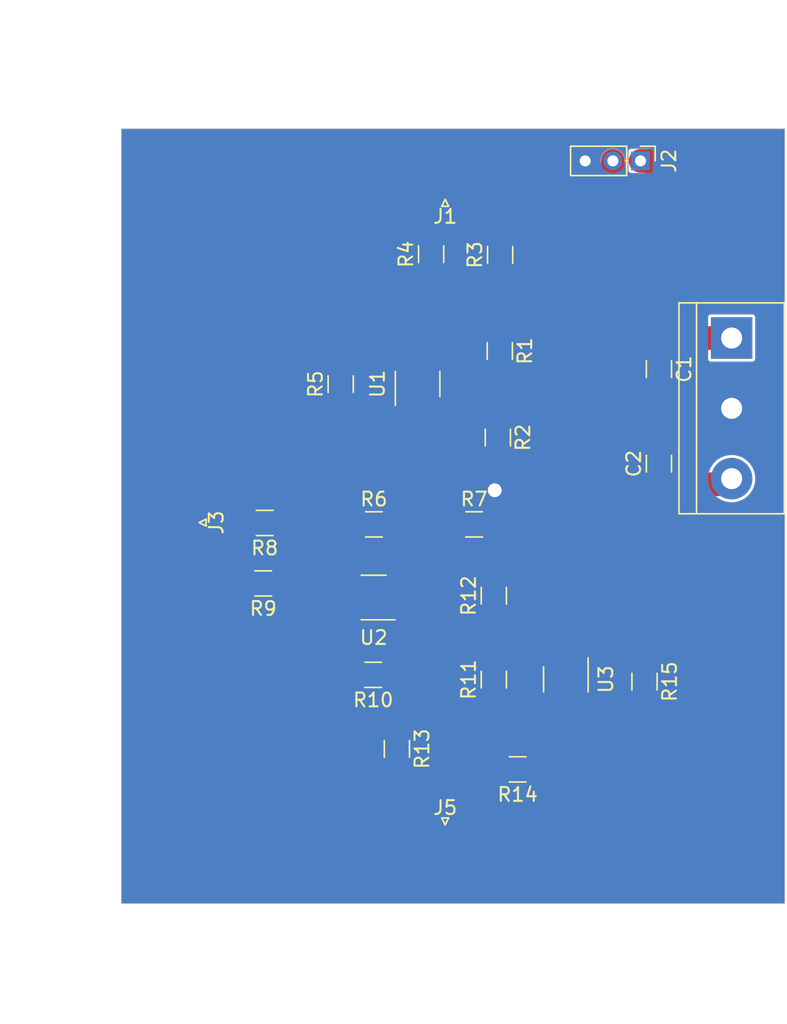
<source format=kicad_pcb>
(kicad_pcb (version 20171130) (host pcbnew 5.1.4-e60b266~84~ubuntu18.04.1)

  (general
    (thickness 1.6)
    (drawings 7)
    (tracks 136)
    (zones 0)
    (modules 25)
    (nets 17)
  )

  (page A4)
  (layers
    (0 F.Cu signal)
    (31 B.Cu signal)
    (32 B.Adhes user hide)
    (33 F.Adhes user hide)
    (34 B.Paste user hide)
    (35 F.Paste user hide)
    (36 B.SilkS user hide)
    (37 F.SilkS user hide)
    (38 B.Mask user hide)
    (39 F.Mask user hide)
    (40 Dwgs.User user hide)
    (41 Cmts.User user hide)
    (42 Eco1.User user hide)
    (43 Eco2.User user hide)
    (44 Edge.Cuts user)
    (45 Margin user hide)
    (46 B.CrtYd user)
    (47 F.CrtYd user)
    (48 B.Fab user hide)
    (49 F.Fab user)
  )

  (setup
    (last_trace_width 1.70688)
    (user_trace_width 0.65)
    (user_trace_width 0.75)
    (user_trace_width 1)
    (user_trace_width 1.70688)
    (trace_clearance 0.2)
    (zone_clearance 0)
    (zone_45_only no)
    (trace_min 0.25)
    (via_size 0.8)
    (via_drill 0.4)
    (via_min_size 0.4)
    (via_min_drill 0.3)
    (user_via 2 1)
    (uvia_size 0.3)
    (uvia_drill 0.1)
    (uvias_allowed no)
    (uvia_min_size 0.2)
    (uvia_min_drill 0.1)
    (edge_width 0.05)
    (segment_width 0.2)
    (pcb_text_width 0.3)
    (pcb_text_size 1.5 1.5)
    (mod_edge_width 0.12)
    (mod_text_size 1 1)
    (mod_text_width 0.15)
    (pad_size 1.524 1.524)
    (pad_drill 0.762)
    (pad_to_mask_clearance 0.051)
    (solder_mask_min_width 0.25)
    (aux_axis_origin 0 0)
    (visible_elements FFFFF77F)
    (pcbplotparams
      (layerselection 0x010fc_ffffffff)
      (usegerberextensions false)
      (usegerberattributes false)
      (usegerberadvancedattributes false)
      (creategerberjobfile false)
      (excludeedgelayer true)
      (linewidth 0.100000)
      (plotframeref false)
      (viasonmask false)
      (mode 1)
      (useauxorigin false)
      (hpglpennumber 1)
      (hpglpenspeed 20)
      (hpglpendiameter 15.000000)
      (psnegative false)
      (psa4output false)
      (plotreference true)
      (plotvalue true)
      (plotinvisibletext false)
      (padsonsilk false)
      (subtractmaskfromsilk false)
      (outputformat 1)
      (mirror false)
      (drillshape 1)
      (scaleselection 1)
      (outputdirectory ""))
  )

  (net 0 "")
  (net 1 GND)
  (net 2 -12V)
  (net 3 +12V)
  (net 4 "Net-(J1-Pad1)")
  (net 5 "Net-(J2-Pad1)")
  (net 6 "Net-(J3-Pad1)")
  (net 7 "Net-(J5-Pad1)")
  (net 8 "Net-(R1-Pad2)")
  (net 9 "Net-(R4-Pad1)")
  (net 10 "Net-(R5-Pad1)")
  (net 11 "Net-(R6-Pad2)")
  (net 12 "Net-(R10-Pad2)")
  (net 13 "Net-(R10-Pad1)")
  (net 14 "Net-(R11-Pad2)")
  (net 15 "Net-(R14-Pad1)")
  (net 16 "Net-(J2-Pad2)")

  (net_class Default "This is the default net class."
    (clearance 0.2)
    (trace_width 0.25)
    (via_dia 0.8)
    (via_drill 0.4)
    (uvia_dia 0.3)
    (uvia_drill 0.1)
    (add_net +12V)
    (add_net -12V)
    (add_net GND)
    (add_net "Net-(J1-Pad1)")
    (add_net "Net-(J2-Pad1)")
    (add_net "Net-(J2-Pad2)")
    (add_net "Net-(J3-Pad1)")
    (add_net "Net-(J5-Pad1)")
    (add_net "Net-(R1-Pad2)")
    (add_net "Net-(R10-Pad1)")
    (add_net "Net-(R10-Pad2)")
    (add_net "Net-(R11-Pad2)")
    (add_net "Net-(R14-Pad1)")
    (add_net "Net-(R4-Pad1)")
    (add_net "Net-(R5-Pad1)")
    (add_net "Net-(R6-Pad2)")
  )

  (module Package_TO_SOT_SMD:SOT-23-5_HandSoldering (layer F.Cu) (tedit 5A0AB76C) (tstamp 5D8EE94A)
    (at 54.15534 61.79312 270)
    (descr "5-pin SOT23 package")
    (tags "SOT-23-5 hand-soldering")
    (path /5D2D913C)
    (attr smd)
    (fp_text reference U3 (at 0 -2.9 90) (layer F.SilkS)
      (effects (font (size 1 1) (thickness 0.15)))
    )
    (fp_text value AD8009-5 (at 0 2.9 90) (layer F.Fab)
      (effects (font (size 1 1) (thickness 0.15)))
    )
    (fp_line (start 2.38 1.8) (end -2.38 1.8) (layer F.CrtYd) (width 0.05))
    (fp_line (start 2.38 1.8) (end 2.38 -1.8) (layer F.CrtYd) (width 0.05))
    (fp_line (start -2.38 -1.8) (end -2.38 1.8) (layer F.CrtYd) (width 0.05))
    (fp_line (start -2.38 -1.8) (end 2.38 -1.8) (layer F.CrtYd) (width 0.05))
    (fp_line (start 0.9 -1.55) (end 0.9 1.55) (layer F.Fab) (width 0.1))
    (fp_line (start 0.9 1.55) (end -0.9 1.55) (layer F.Fab) (width 0.1))
    (fp_line (start -0.9 -0.9) (end -0.9 1.55) (layer F.Fab) (width 0.1))
    (fp_line (start 0.9 -1.55) (end -0.25 -1.55) (layer F.Fab) (width 0.1))
    (fp_line (start -0.9 -0.9) (end -0.25 -1.55) (layer F.Fab) (width 0.1))
    (fp_line (start 0.9 -1.61) (end -1.55 -1.61) (layer F.SilkS) (width 0.12))
    (fp_line (start -0.9 1.61) (end 0.9 1.61) (layer F.SilkS) (width 0.12))
    (fp_text user %R (at 0 0) (layer F.Fab)
      (effects (font (size 0.5 0.5) (thickness 0.075)))
    )
    (pad 5 smd rect (at 1.35 -0.95 270) (size 1.56 0.65) (layers F.Cu F.Paste F.Mask))
    (pad 4 smd rect (at 1.35 0.95 270) (size 1.56 0.65) (layers F.Cu F.Paste F.Mask)
      (net 15 "Net-(R14-Pad1)"))
    (pad 3 smd rect (at -1.35 0.95 270) (size 1.56 0.65) (layers F.Cu F.Paste F.Mask)
      (net 14 "Net-(R11-Pad2)"))
    (pad 2 smd rect (at -1.35 0 270) (size 1.56 0.65) (layers F.Cu F.Paste F.Mask))
    (pad 1 smd rect (at -1.35 -0.95 270) (size 1.56 0.65) (layers F.Cu F.Paste F.Mask)
      (net 5 "Net-(J2-Pad1)"))
    (model ${KISYS3DMOD}/Package_TO_SOT_SMD.3dshapes/SOT-23-5.wrl
      (at (xyz 0 0 0))
      (scale (xyz 1 1 1))
      (rotate (xyz 0 0 0))
    )
  )

  (module Package_TO_SOT_SMD:SOT-23-5_HandSoldering (layer F.Cu) (tedit 5A0AB76C) (tstamp 5D8EE935)
    (at 40.259 55.88 180)
    (descr "5-pin SOT23 package")
    (tags "SOT-23-5 hand-soldering")
    (path /5D2D6116)
    (attr smd)
    (fp_text reference U2 (at 0 -2.9) (layer F.SilkS)
      (effects (font (size 1 1) (thickness 0.15)))
    )
    (fp_text value AD8009-5 (at 0 2.9) (layer F.Fab)
      (effects (font (size 1 1) (thickness 0.15)))
    )
    (fp_line (start 2.38 1.8) (end -2.38 1.8) (layer F.CrtYd) (width 0.05))
    (fp_line (start 2.38 1.8) (end 2.38 -1.8) (layer F.CrtYd) (width 0.05))
    (fp_line (start -2.38 -1.8) (end -2.38 1.8) (layer F.CrtYd) (width 0.05))
    (fp_line (start -2.38 -1.8) (end 2.38 -1.8) (layer F.CrtYd) (width 0.05))
    (fp_line (start 0.9 -1.55) (end 0.9 1.55) (layer F.Fab) (width 0.1))
    (fp_line (start 0.9 1.55) (end -0.9 1.55) (layer F.Fab) (width 0.1))
    (fp_line (start -0.9 -0.9) (end -0.9 1.55) (layer F.Fab) (width 0.1))
    (fp_line (start 0.9 -1.55) (end -0.25 -1.55) (layer F.Fab) (width 0.1))
    (fp_line (start -0.9 -0.9) (end -0.25 -1.55) (layer F.Fab) (width 0.1))
    (fp_line (start 0.9 -1.61) (end -1.55 -1.61) (layer F.SilkS) (width 0.12))
    (fp_line (start -0.9 1.61) (end 0.9 1.61) (layer F.SilkS) (width 0.12))
    (fp_text user %R (at 0 0 90) (layer F.Fab)
      (effects (font (size 0.5 0.5) (thickness 0.075)))
    )
    (pad 5 smd rect (at 1.35 -0.95 180) (size 1.56 0.65) (layers F.Cu F.Paste F.Mask))
    (pad 4 smd rect (at 1.35 0.95 180) (size 1.56 0.65) (layers F.Cu F.Paste F.Mask)
      (net 12 "Net-(R10-Pad2)"))
    (pad 3 smd rect (at -1.35 0.95 180) (size 1.56 0.65) (layers F.Cu F.Paste F.Mask)
      (net 11 "Net-(R6-Pad2)"))
    (pad 2 smd rect (at -1.35 0 180) (size 1.56 0.65) (layers F.Cu F.Paste F.Mask))
    (pad 1 smd rect (at -1.35 -0.95 180) (size 1.56 0.65) (layers F.Cu F.Paste F.Mask)
      (net 13 "Net-(R10-Pad1)"))
    (model ${KISYS3DMOD}/Package_TO_SOT_SMD.3dshapes/SOT-23-5.wrl
      (at (xyz 0 0 0))
      (scale (xyz 1 1 1))
      (rotate (xyz 0 0 0))
    )
  )

  (module Package_TO_SOT_SMD:SOT-23-5_HandSoldering (layer F.Cu) (tedit 5A0AB76C) (tstamp 5D8F3C63)
    (at 43.434 40.4495 90)
    (descr "5-pin SOT23 package")
    (tags "SOT-23-5 hand-soldering")
    (path /5D2A9CBF)
    (attr smd)
    (fp_text reference U1 (at 0 -2.9 90) (layer F.SilkS)
      (effects (font (size 1 1) (thickness 0.15)))
    )
    (fp_text value AD8009-5 (at 0 2.9 90) (layer F.Fab)
      (effects (font (size 1 1) (thickness 0.15)))
    )
    (fp_line (start 2.38 1.8) (end -2.38 1.8) (layer F.CrtYd) (width 0.05))
    (fp_line (start 2.38 1.8) (end 2.38 -1.8) (layer F.CrtYd) (width 0.05))
    (fp_line (start -2.38 -1.8) (end -2.38 1.8) (layer F.CrtYd) (width 0.05))
    (fp_line (start -2.38 -1.8) (end 2.38 -1.8) (layer F.CrtYd) (width 0.05))
    (fp_line (start 0.9 -1.55) (end 0.9 1.55) (layer F.Fab) (width 0.1))
    (fp_line (start 0.9 1.55) (end -0.9 1.55) (layer F.Fab) (width 0.1))
    (fp_line (start -0.9 -0.9) (end -0.9 1.55) (layer F.Fab) (width 0.1))
    (fp_line (start 0.9 -1.55) (end -0.25 -1.55) (layer F.Fab) (width 0.1))
    (fp_line (start -0.9 -0.9) (end -0.25 -1.55) (layer F.Fab) (width 0.1))
    (fp_line (start 0.9 -1.61) (end -1.55 -1.61) (layer F.SilkS) (width 0.12))
    (fp_line (start -0.9 1.61) (end 0.9 1.61) (layer F.SilkS) (width 0.12))
    (fp_text user %R (at 0.314 0.246) (layer F.Fab)
      (effects (font (size 0.5 0.5) (thickness 0.075)))
    )
    (pad 5 smd rect (at 1.35 -0.95 90) (size 1.56 0.65) (layers F.Cu F.Paste F.Mask))
    (pad 4 smd rect (at 1.35 0.95 90) (size 1.56 0.65) (layers F.Cu F.Paste F.Mask)
      (net 9 "Net-(R4-Pad1)"))
    (pad 3 smd rect (at -1.35 0.95 90) (size 1.56 0.65) (layers F.Cu F.Paste F.Mask)
      (net 8 "Net-(R1-Pad2)"))
    (pad 2 smd rect (at -1.35 0 90) (size 1.56 0.65) (layers F.Cu F.Paste F.Mask))
    (pad 1 smd rect (at -1.35 -0.95 90) (size 1.56 0.65) (layers F.Cu F.Paste F.Mask)
      (net 10 "Net-(R5-Pad1)"))
    (model ${KISYS3DMOD}/Package_TO_SOT_SMD.3dshapes/SOT-23-5.wrl
      (at (xyz 0 0 0))
      (scale (xyz 1 1 1))
      (rotate (xyz 0 0 0))
    )
  )

  (module Resistor_SMD:R_1206_3216Metric_Pad1.42x1.75mm_HandSolder (layer F.Cu) (tedit 5B301BBD) (tstamp 5D8EE90B)
    (at 59.84494 61.95982 270)
    (descr "Resistor SMD 1206 (3216 Metric), square (rectangular) end terminal, IPC_7351 nominal with elongated pad for handsoldering. (Body size source: http://www.tortai-tech.com/upload/download/2011102023233369053.pdf), generated with kicad-footprint-generator")
    (tags "resistor handsolder")
    (path /5D2D914E)
    (attr smd)
    (fp_text reference R15 (at 0 -1.82 90) (layer F.SilkS)
      (effects (font (size 1 1) (thickness 0.15)))
    )
    (fp_text value 324 (at 0 1.82 90) (layer F.Fab)
      (effects (font (size 1 1) (thickness 0.15)))
    )
    (fp_text user %R (at 0 0 90) (layer F.Fab)
      (effects (font (size 0.8 0.8) (thickness 0.12)))
    )
    (fp_line (start 2.45 1.12) (end -2.45 1.12) (layer F.CrtYd) (width 0.05))
    (fp_line (start 2.45 -1.12) (end 2.45 1.12) (layer F.CrtYd) (width 0.05))
    (fp_line (start -2.45 -1.12) (end 2.45 -1.12) (layer F.CrtYd) (width 0.05))
    (fp_line (start -2.45 1.12) (end -2.45 -1.12) (layer F.CrtYd) (width 0.05))
    (fp_line (start -0.602064 0.91) (end 0.602064 0.91) (layer F.SilkS) (width 0.12))
    (fp_line (start -0.602064 -0.91) (end 0.602064 -0.91) (layer F.SilkS) (width 0.12))
    (fp_line (start 1.6 0.8) (end -1.6 0.8) (layer F.Fab) (width 0.1))
    (fp_line (start 1.6 -0.8) (end 1.6 0.8) (layer F.Fab) (width 0.1))
    (fp_line (start -1.6 -0.8) (end 1.6 -0.8) (layer F.Fab) (width 0.1))
    (fp_line (start -1.6 0.8) (end -1.6 -0.8) (layer F.Fab) (width 0.1))
    (pad 2 smd roundrect (at 1.4875 0 270) (size 1.425 1.75) (layers F.Cu F.Paste F.Mask) (roundrect_rratio 0.175439)
      (net 15 "Net-(R14-Pad1)"))
    (pad 1 smd roundrect (at -1.4875 0 270) (size 1.425 1.75) (layers F.Cu F.Paste F.Mask) (roundrect_rratio 0.175439)
      (net 5 "Net-(J2-Pad1)"))
    (model ${KISYS3DMOD}/Resistor_SMD.3dshapes/R_1206_3216Metric.wrl
      (at (xyz 0 0 0))
      (scale (xyz 1 1 1))
      (rotate (xyz 0 0 0))
    )
  )

  (module Resistor_SMD:R_1206_3216Metric_Pad1.42x1.75mm_HandSolder (layer F.Cu) (tedit 5B301BBD) (tstamp 5D8F7665)
    (at 50.66886 68.29806 180)
    (descr "Resistor SMD 1206 (3216 Metric), square (rectangular) end terminal, IPC_7351 nominal with elongated pad for handsoldering. (Body size source: http://www.tortai-tech.com/upload/download/2011102023233369053.pdf), generated with kicad-footprint-generator")
    (tags "resistor handsolder")
    (path /5D2D9160)
    (attr smd)
    (fp_text reference R14 (at 0 -1.82) (layer F.SilkS)
      (effects (font (size 1 1) (thickness 0.15)))
    )
    (fp_text value 100 (at 0 1.82) (layer F.Fab)
      (effects (font (size 1 1) (thickness 0.15)))
    )
    (fp_text user %R (at 0 0) (layer F.Fab)
      (effects (font (size 0.8 0.8) (thickness 0.12)))
    )
    (fp_line (start 2.45 1.12) (end -2.45 1.12) (layer F.CrtYd) (width 0.05))
    (fp_line (start 2.45 -1.12) (end 2.45 1.12) (layer F.CrtYd) (width 0.05))
    (fp_line (start -2.45 -1.12) (end 2.45 -1.12) (layer F.CrtYd) (width 0.05))
    (fp_line (start -2.45 1.12) (end -2.45 -1.12) (layer F.CrtYd) (width 0.05))
    (fp_line (start -0.602064 0.91) (end 0.602064 0.91) (layer F.SilkS) (width 0.12))
    (fp_line (start -0.602064 -0.91) (end 0.602064 -0.91) (layer F.SilkS) (width 0.12))
    (fp_line (start 1.6 0.8) (end -1.6 0.8) (layer F.Fab) (width 0.1))
    (fp_line (start 1.6 -0.8) (end 1.6 0.8) (layer F.Fab) (width 0.1))
    (fp_line (start -1.6 -0.8) (end 1.6 -0.8) (layer F.Fab) (width 0.1))
    (fp_line (start -1.6 0.8) (end -1.6 -0.8) (layer F.Fab) (width 0.1))
    (pad 2 smd roundrect (at 1.4875 0 180) (size 1.425 1.75) (layers F.Cu F.Paste F.Mask) (roundrect_rratio 0.175439)
      (net 7 "Net-(J5-Pad1)"))
    (pad 1 smd roundrect (at -1.4875 0 180) (size 1.425 1.75) (layers F.Cu F.Paste F.Mask) (roundrect_rratio 0.175439)
      (net 15 "Net-(R14-Pad1)"))
    (model ${KISYS3DMOD}/Resistor_SMD.3dshapes/R_1206_3216Metric.wrl
      (at (xyz 0 0 0))
      (scale (xyz 1 1 1))
      (rotate (xyz 0 0 0))
    )
  )

  (module Resistor_SMD:R_1206_3216Metric_Pad1.42x1.75mm_HandSolder (layer F.Cu) (tedit 5B301BBD) (tstamp 5D8EE8E9)
    (at 41.9354 66.8163 270)
    (descr "Resistor SMD 1206 (3216 Metric), square (rectangular) end terminal, IPC_7351 nominal with elongated pad for handsoldering. (Body size source: http://www.tortai-tech.com/upload/download/2011102023233369053.pdf), generated with kicad-footprint-generator")
    (tags "resistor handsolder")
    (path /5D2D917A)
    (attr smd)
    (fp_text reference R13 (at 0 -1.82 90) (layer F.SilkS)
      (effects (font (size 1 1) (thickness 0.15)))
    )
    (fp_text value 100 (at 0 1.82 90) (layer F.Fab)
      (effects (font (size 1 1) (thickness 0.15)))
    )
    (fp_text user %R (at 0 0 90) (layer F.Fab)
      (effects (font (size 0.8 0.8) (thickness 0.12)))
    )
    (fp_line (start 2.45 1.12) (end -2.45 1.12) (layer F.CrtYd) (width 0.05))
    (fp_line (start 2.45 -1.12) (end 2.45 1.12) (layer F.CrtYd) (width 0.05))
    (fp_line (start -2.45 -1.12) (end 2.45 -1.12) (layer F.CrtYd) (width 0.05))
    (fp_line (start -2.45 1.12) (end -2.45 -1.12) (layer F.CrtYd) (width 0.05))
    (fp_line (start -0.602064 0.91) (end 0.602064 0.91) (layer F.SilkS) (width 0.12))
    (fp_line (start -0.602064 -0.91) (end 0.602064 -0.91) (layer F.SilkS) (width 0.12))
    (fp_line (start 1.6 0.8) (end -1.6 0.8) (layer F.Fab) (width 0.1))
    (fp_line (start 1.6 -0.8) (end 1.6 0.8) (layer F.Fab) (width 0.1))
    (fp_line (start -1.6 -0.8) (end 1.6 -0.8) (layer F.Fab) (width 0.1))
    (fp_line (start -1.6 0.8) (end -1.6 -0.8) (layer F.Fab) (width 0.1))
    (pad 2 smd roundrect (at 1.4875 0 270) (size 1.425 1.75) (layers F.Cu F.Paste F.Mask) (roundrect_rratio 0.175439)
      (net 7 "Net-(J5-Pad1)"))
    (pad 1 smd roundrect (at -1.4875 0 270) (size 1.425 1.75) (layers F.Cu F.Paste F.Mask) (roundrect_rratio 0.175439)
      (net 13 "Net-(R10-Pad1)"))
    (model ${KISYS3DMOD}/Resistor_SMD.3dshapes/R_1206_3216Metric.wrl
      (at (xyz 0 0 0))
      (scale (xyz 1 1 1))
      (rotate (xyz 0 0 0))
    )
  )

  (module Resistor_SMD:R_1206_3216Metric_Pad1.42x1.75mm_HandSolder (layer F.Cu) (tedit 5B301BBD) (tstamp 5D8F7266)
    (at 48.9458 55.753 90)
    (descr "Resistor SMD 1206 (3216 Metric), square (rectangular) end terminal, IPC_7351 nominal with elongated pad for handsoldering. (Body size source: http://www.tortai-tech.com/upload/download/2011102023233369053.pdf), generated with kicad-footprint-generator")
    (tags "resistor handsolder")
    (path /5D2D9154)
    (attr smd)
    (fp_text reference R12 (at 0 -1.82 90) (layer F.SilkS)
      (effects (font (size 1 1) (thickness 0.15)))
    )
    (fp_text value 100 (at 0 1.82 90) (layer F.Fab)
      (effects (font (size 1 1) (thickness 0.15)))
    )
    (fp_text user %R (at 0 0 90) (layer F.Fab)
      (effects (font (size 0.8 0.8) (thickness 0.12)))
    )
    (fp_line (start 2.45 1.12) (end -2.45 1.12) (layer F.CrtYd) (width 0.05))
    (fp_line (start 2.45 -1.12) (end 2.45 1.12) (layer F.CrtYd) (width 0.05))
    (fp_line (start -2.45 -1.12) (end 2.45 -1.12) (layer F.CrtYd) (width 0.05))
    (fp_line (start -2.45 1.12) (end -2.45 -1.12) (layer F.CrtYd) (width 0.05))
    (fp_line (start -0.602064 0.91) (end 0.602064 0.91) (layer F.SilkS) (width 0.12))
    (fp_line (start -0.602064 -0.91) (end 0.602064 -0.91) (layer F.SilkS) (width 0.12))
    (fp_line (start 1.6 0.8) (end -1.6 0.8) (layer F.Fab) (width 0.1))
    (fp_line (start 1.6 -0.8) (end 1.6 0.8) (layer F.Fab) (width 0.1))
    (fp_line (start -1.6 -0.8) (end 1.6 -0.8) (layer F.Fab) (width 0.1))
    (fp_line (start -1.6 0.8) (end -1.6 -0.8) (layer F.Fab) (width 0.1))
    (pad 2 smd roundrect (at 1.4875 0 90) (size 1.425 1.75) (layers F.Cu F.Paste F.Mask) (roundrect_rratio 0.175439)
      (net 1 GND))
    (pad 1 smd roundrect (at -1.4875 0 90) (size 1.425 1.75) (layers F.Cu F.Paste F.Mask) (roundrect_rratio 0.175439)
      (net 14 "Net-(R11-Pad2)"))
    (model ${KISYS3DMOD}/Resistor_SMD.3dshapes/R_1206_3216Metric.wrl
      (at (xyz 0 0 0))
      (scale (xyz 1 1 1))
      (rotate (xyz 0 0 0))
    )
  )

  (module Resistor_SMD:R_1206_3216Metric_Pad1.42x1.75mm_HandSolder (layer F.Cu) (tedit 5B301BBD) (tstamp 5D8F73D5)
    (at 48.9458 61.8125 90)
    (descr "Resistor SMD 1206 (3216 Metric), square (rectangular) end terminal, IPC_7351 nominal with elongated pad for handsoldering. (Body size source: http://www.tortai-tech.com/upload/download/2011102023233369053.pdf), generated with kicad-footprint-generator")
    (tags "resistor handsolder")
    (path /5D2D9180)
    (attr smd)
    (fp_text reference R11 (at 0 -1.82 90) (layer F.SilkS)
      (effects (font (size 1 1) (thickness 0.15)))
    )
    (fp_text value 324 (at 0 1.82 90) (layer F.Fab)
      (effects (font (size 1 1) (thickness 0.15)))
    )
    (fp_text user %R (at 0 0 90) (layer F.Fab)
      (effects (font (size 0.8 0.8) (thickness 0.12)))
    )
    (fp_line (start 2.45 1.12) (end -2.45 1.12) (layer F.CrtYd) (width 0.05))
    (fp_line (start 2.45 -1.12) (end 2.45 1.12) (layer F.CrtYd) (width 0.05))
    (fp_line (start -2.45 -1.12) (end 2.45 -1.12) (layer F.CrtYd) (width 0.05))
    (fp_line (start -2.45 1.12) (end -2.45 -1.12) (layer F.CrtYd) (width 0.05))
    (fp_line (start -0.602064 0.91) (end 0.602064 0.91) (layer F.SilkS) (width 0.12))
    (fp_line (start -0.602064 -0.91) (end 0.602064 -0.91) (layer F.SilkS) (width 0.12))
    (fp_line (start 1.6 0.8) (end -1.6 0.8) (layer F.Fab) (width 0.1))
    (fp_line (start 1.6 -0.8) (end 1.6 0.8) (layer F.Fab) (width 0.1))
    (fp_line (start -1.6 -0.8) (end 1.6 -0.8) (layer F.Fab) (width 0.1))
    (fp_line (start -1.6 0.8) (end -1.6 -0.8) (layer F.Fab) (width 0.1))
    (pad 2 smd roundrect (at 1.4875 0 90) (size 1.425 1.75) (layers F.Cu F.Paste F.Mask) (roundrect_rratio 0.175439)
      (net 14 "Net-(R11-Pad2)"))
    (pad 1 smd roundrect (at -1.4875 0 90) (size 1.425 1.75) (layers F.Cu F.Paste F.Mask) (roundrect_rratio 0.175439)
      (net 13 "Net-(R10-Pad1)"))
    (model ${KISYS3DMOD}/Resistor_SMD.3dshapes/R_1206_3216Metric.wrl
      (at (xyz 0 0 0))
      (scale (xyz 1 1 1))
      (rotate (xyz 0 0 0))
    )
  )

  (module Resistor_SMD:R_1206_3216Metric_Pad1.42x1.75mm_HandSolder (layer F.Cu) (tedit 5B301BBD) (tstamp 5D8EE8B6)
    (at 40.2225 61.468 180)
    (descr "Resistor SMD 1206 (3216 Metric), square (rectangular) end terminal, IPC_7351 nominal with elongated pad for handsoldering. (Body size source: http://www.tortai-tech.com/upload/download/2011102023233369053.pdf), generated with kicad-footprint-generator")
    (tags "resistor handsolder")
    (path /5D2D6128)
    (attr smd)
    (fp_text reference R10 (at 0 -1.82) (layer F.SilkS)
      (effects (font (size 1 1) (thickness 0.15)))
    )
    (fp_text value 324 (at 0 1.82) (layer F.Fab)
      (effects (font (size 1 1) (thickness 0.15)))
    )
    (fp_text user %R (at 0 0) (layer F.Fab)
      (effects (font (size 0.8 0.8) (thickness 0.12)))
    )
    (fp_line (start 2.45 1.12) (end -2.45 1.12) (layer F.CrtYd) (width 0.05))
    (fp_line (start 2.45 -1.12) (end 2.45 1.12) (layer F.CrtYd) (width 0.05))
    (fp_line (start -2.45 -1.12) (end 2.45 -1.12) (layer F.CrtYd) (width 0.05))
    (fp_line (start -2.45 1.12) (end -2.45 -1.12) (layer F.CrtYd) (width 0.05))
    (fp_line (start -0.602064 0.91) (end 0.602064 0.91) (layer F.SilkS) (width 0.12))
    (fp_line (start -0.602064 -0.91) (end 0.602064 -0.91) (layer F.SilkS) (width 0.12))
    (fp_line (start 1.6 0.8) (end -1.6 0.8) (layer F.Fab) (width 0.1))
    (fp_line (start 1.6 -0.8) (end 1.6 0.8) (layer F.Fab) (width 0.1))
    (fp_line (start -1.6 -0.8) (end 1.6 -0.8) (layer F.Fab) (width 0.1))
    (fp_line (start -1.6 0.8) (end -1.6 -0.8) (layer F.Fab) (width 0.1))
    (pad 2 smd roundrect (at 1.4875 0 180) (size 1.425 1.75) (layers F.Cu F.Paste F.Mask) (roundrect_rratio 0.175439)
      (net 12 "Net-(R10-Pad2)"))
    (pad 1 smd roundrect (at -1.4875 0 180) (size 1.425 1.75) (layers F.Cu F.Paste F.Mask) (roundrect_rratio 0.175439)
      (net 13 "Net-(R10-Pad1)"))
    (model ${KISYS3DMOD}/Resistor_SMD.3dshapes/R_1206_3216Metric.wrl
      (at (xyz 0 0 0))
      (scale (xyz 1 1 1))
      (rotate (xyz 0 0 0))
    )
  )

  (module Resistor_SMD:R_1206_3216Metric_Pad1.42x1.75mm_HandSolder (layer F.Cu) (tedit 5B301BBD) (tstamp 5D8F61F6)
    (at 32.2691 54.864 180)
    (descr "Resistor SMD 1206 (3216 Metric), square (rectangular) end terminal, IPC_7351 nominal with elongated pad for handsoldering. (Body size source: http://www.tortai-tech.com/upload/download/2011102023233369053.pdf), generated with kicad-footprint-generator")
    (tags "resistor handsolder")
    (path /5D2D613A)
    (attr smd)
    (fp_text reference R9 (at 0 -1.82) (layer F.SilkS)
      (effects (font (size 1 1) (thickness 0.15)))
    )
    (fp_text value 100 (at 0 1.82) (layer F.Fab)
      (effects (font (size 1 1) (thickness 0.15)))
    )
    (fp_text user %R (at 0 0) (layer F.Fab)
      (effects (font (size 0.8 0.8) (thickness 0.12)))
    )
    (fp_line (start 2.45 1.12) (end -2.45 1.12) (layer F.CrtYd) (width 0.05))
    (fp_line (start 2.45 -1.12) (end 2.45 1.12) (layer F.CrtYd) (width 0.05))
    (fp_line (start -2.45 -1.12) (end 2.45 -1.12) (layer F.CrtYd) (width 0.05))
    (fp_line (start -2.45 1.12) (end -2.45 -1.12) (layer F.CrtYd) (width 0.05))
    (fp_line (start -0.602064 0.91) (end 0.602064 0.91) (layer F.SilkS) (width 0.12))
    (fp_line (start -0.602064 -0.91) (end 0.602064 -0.91) (layer F.SilkS) (width 0.12))
    (fp_line (start 1.6 0.8) (end -1.6 0.8) (layer F.Fab) (width 0.1))
    (fp_line (start 1.6 -0.8) (end 1.6 0.8) (layer F.Fab) (width 0.1))
    (fp_line (start -1.6 -0.8) (end 1.6 -0.8) (layer F.Fab) (width 0.1))
    (fp_line (start -1.6 0.8) (end -1.6 -0.8) (layer F.Fab) (width 0.1))
    (pad 2 smd roundrect (at 1.4875 0 180) (size 1.425 1.75) (layers F.Cu F.Paste F.Mask) (roundrect_rratio 0.175439)
      (net 6 "Net-(J3-Pad1)"))
    (pad 1 smd roundrect (at -1.4875 0 180) (size 1.425 1.75) (layers F.Cu F.Paste F.Mask) (roundrect_rratio 0.175439)
      (net 12 "Net-(R10-Pad2)"))
    (model ${KISYS3DMOD}/Resistor_SMD.3dshapes/R_1206_3216Metric.wrl
      (at (xyz 0 0 0))
      (scale (xyz 1 1 1))
      (rotate (xyz 0 0 0))
    )
  )

  (module Resistor_SMD:R_1206_3216Metric_Pad1.42x1.75mm_HandSolder (layer F.Cu) (tedit 5B301BBD) (tstamp 5D8EE894)
    (at 32.3707 50.4952 180)
    (descr "Resistor SMD 1206 (3216 Metric), square (rectangular) end terminal, IPC_7351 nominal with elongated pad for handsoldering. (Body size source: http://www.tortai-tech.com/upload/download/2011102023233369053.pdf), generated with kicad-footprint-generator")
    (tags "resistor handsolder")
    (path /5D2D6154)
    (attr smd)
    (fp_text reference R8 (at 0 -1.82) (layer F.SilkS)
      (effects (font (size 1 1) (thickness 0.15)))
    )
    (fp_text value 100 (at 0 1.82) (layer F.Fab)
      (effects (font (size 1 1) (thickness 0.15)))
    )
    (fp_text user %R (at 0 0) (layer F.Fab)
      (effects (font (size 0.8 0.8) (thickness 0.12)))
    )
    (fp_line (start 2.45 1.12) (end -2.45 1.12) (layer F.CrtYd) (width 0.05))
    (fp_line (start 2.45 -1.12) (end 2.45 1.12) (layer F.CrtYd) (width 0.05))
    (fp_line (start -2.45 -1.12) (end 2.45 -1.12) (layer F.CrtYd) (width 0.05))
    (fp_line (start -2.45 1.12) (end -2.45 -1.12) (layer F.CrtYd) (width 0.05))
    (fp_line (start -0.602064 0.91) (end 0.602064 0.91) (layer F.SilkS) (width 0.12))
    (fp_line (start -0.602064 -0.91) (end 0.602064 -0.91) (layer F.SilkS) (width 0.12))
    (fp_line (start 1.6 0.8) (end -1.6 0.8) (layer F.Fab) (width 0.1))
    (fp_line (start 1.6 -0.8) (end 1.6 0.8) (layer F.Fab) (width 0.1))
    (fp_line (start -1.6 -0.8) (end 1.6 -0.8) (layer F.Fab) (width 0.1))
    (fp_line (start -1.6 0.8) (end -1.6 -0.8) (layer F.Fab) (width 0.1))
    (pad 2 smd roundrect (at 1.4875 0 180) (size 1.425 1.75) (layers F.Cu F.Paste F.Mask) (roundrect_rratio 0.175439)
      (net 6 "Net-(J3-Pad1)"))
    (pad 1 smd roundrect (at -1.4875 0 180) (size 1.425 1.75) (layers F.Cu F.Paste F.Mask) (roundrect_rratio 0.175439)
      (net 10 "Net-(R5-Pad1)"))
    (model ${KISYS3DMOD}/Resistor_SMD.3dshapes/R_1206_3216Metric.wrl
      (at (xyz 0 0 0))
      (scale (xyz 1 1 1))
      (rotate (xyz 0 0 0))
    )
  )

  (module Resistor_SMD:R_1206_3216Metric_Pad1.42x1.75mm_HandSolder (layer F.Cu) (tedit 5B301BBD) (tstamp 5D8EEE4A)
    (at 47.5234 50.5968)
    (descr "Resistor SMD 1206 (3216 Metric), square (rectangular) end terminal, IPC_7351 nominal with elongated pad for handsoldering. (Body size source: http://www.tortai-tech.com/upload/download/2011102023233369053.pdf), generated with kicad-footprint-generator")
    (tags "resistor handsolder")
    (path /5D2D612E)
    (attr smd)
    (fp_text reference R7 (at 0 -1.82) (layer F.SilkS)
      (effects (font (size 1 1) (thickness 0.15)))
    )
    (fp_text value 100 (at 0 1.82) (layer F.Fab)
      (effects (font (size 1 1) (thickness 0.15)))
    )
    (fp_text user %R (at 0 0) (layer F.Fab)
      (effects (font (size 0.8 0.8) (thickness 0.12)))
    )
    (fp_line (start 2.45 1.12) (end -2.45 1.12) (layer F.CrtYd) (width 0.05))
    (fp_line (start 2.45 -1.12) (end 2.45 1.12) (layer F.CrtYd) (width 0.05))
    (fp_line (start -2.45 -1.12) (end 2.45 -1.12) (layer F.CrtYd) (width 0.05))
    (fp_line (start -2.45 1.12) (end -2.45 -1.12) (layer F.CrtYd) (width 0.05))
    (fp_line (start -0.602064 0.91) (end 0.602064 0.91) (layer F.SilkS) (width 0.12))
    (fp_line (start -0.602064 -0.91) (end 0.602064 -0.91) (layer F.SilkS) (width 0.12))
    (fp_line (start 1.6 0.8) (end -1.6 0.8) (layer F.Fab) (width 0.1))
    (fp_line (start 1.6 -0.8) (end 1.6 0.8) (layer F.Fab) (width 0.1))
    (fp_line (start -1.6 -0.8) (end 1.6 -0.8) (layer F.Fab) (width 0.1))
    (fp_line (start -1.6 0.8) (end -1.6 -0.8) (layer F.Fab) (width 0.1))
    (pad 2 smd roundrect (at 1.4875 0) (size 1.425 1.75) (layers F.Cu F.Paste F.Mask) (roundrect_rratio 0.175439)
      (net 1 GND))
    (pad 1 smd roundrect (at -1.4875 0) (size 1.425 1.75) (layers F.Cu F.Paste F.Mask) (roundrect_rratio 0.175439)
      (net 11 "Net-(R6-Pad2)"))
    (model ${KISYS3DMOD}/Resistor_SMD.3dshapes/R_1206_3216Metric.wrl
      (at (xyz 0 0 0))
      (scale (xyz 1 1 1))
      (rotate (xyz 0 0 0))
    )
  )

  (module Resistor_SMD:R_1206_3216Metric_Pad1.42x1.75mm_HandSolder (layer F.Cu) (tedit 5B301BBD) (tstamp 5D8EE872)
    (at 40.2733 50.5968)
    (descr "Resistor SMD 1206 (3216 Metric), square (rectangular) end terminal, IPC_7351 nominal with elongated pad for handsoldering. (Body size source: http://www.tortai-tech.com/upload/download/2011102023233369053.pdf), generated with kicad-footprint-generator")
    (tags "resistor handsolder")
    (path /5D2D615A)
    (attr smd)
    (fp_text reference R6 (at 0 -1.82) (layer F.SilkS)
      (effects (font (size 1 1) (thickness 0.15)))
    )
    (fp_text value 324 (at 0 1.82) (layer F.Fab)
      (effects (font (size 1 1) (thickness 0.15)))
    )
    (fp_text user %R (at 0 0) (layer F.Fab)
      (effects (font (size 0.8 0.8) (thickness 0.12)))
    )
    (fp_line (start 2.45 1.12) (end -2.45 1.12) (layer F.CrtYd) (width 0.05))
    (fp_line (start 2.45 -1.12) (end 2.45 1.12) (layer F.CrtYd) (width 0.05))
    (fp_line (start -2.45 -1.12) (end 2.45 -1.12) (layer F.CrtYd) (width 0.05))
    (fp_line (start -2.45 1.12) (end -2.45 -1.12) (layer F.CrtYd) (width 0.05))
    (fp_line (start -0.602064 0.91) (end 0.602064 0.91) (layer F.SilkS) (width 0.12))
    (fp_line (start -0.602064 -0.91) (end 0.602064 -0.91) (layer F.SilkS) (width 0.12))
    (fp_line (start 1.6 0.8) (end -1.6 0.8) (layer F.Fab) (width 0.1))
    (fp_line (start 1.6 -0.8) (end 1.6 0.8) (layer F.Fab) (width 0.1))
    (fp_line (start -1.6 -0.8) (end 1.6 -0.8) (layer F.Fab) (width 0.1))
    (fp_line (start -1.6 0.8) (end -1.6 -0.8) (layer F.Fab) (width 0.1))
    (pad 2 smd roundrect (at 1.4875 0) (size 1.425 1.75) (layers F.Cu F.Paste F.Mask) (roundrect_rratio 0.175439)
      (net 11 "Net-(R6-Pad2)"))
    (pad 1 smd roundrect (at -1.4875 0) (size 1.425 1.75) (layers F.Cu F.Paste F.Mask) (roundrect_rratio 0.175439)
      (net 10 "Net-(R5-Pad1)"))
    (model ${KISYS3DMOD}/Resistor_SMD.3dshapes/R_1206_3216Metric.wrl
      (at (xyz 0 0 0))
      (scale (xyz 1 1 1))
      (rotate (xyz 0 0 0))
    )
  )

  (module Resistor_SMD:R_1206_3216Metric_Pad1.42x1.75mm_HandSolder (layer F.Cu) (tedit 5B301BBD) (tstamp 5D8F1348)
    (at 37.8714 40.4638 90)
    (descr "Resistor SMD 1206 (3216 Metric), square (rectangular) end terminal, IPC_7351 nominal with elongated pad for handsoldering. (Body size source: http://www.tortai-tech.com/upload/download/2011102023233369053.pdf), generated with kicad-footprint-generator")
    (tags "resistor handsolder")
    (path /5D2BE4B8)
    (attr smd)
    (fp_text reference R5 (at 0 -1.82 90) (layer F.SilkS)
      (effects (font (size 1 1) (thickness 0.15)))
    )
    (fp_text value 324 (at 0 1.82 90) (layer F.Fab)
      (effects (font (size 1 1) (thickness 0.15)))
    )
    (fp_text user %R (at 0 0 90) (layer F.Fab)
      (effects (font (size 0.8 0.8) (thickness 0.12)))
    )
    (fp_line (start 2.45 1.12) (end -2.45 1.12) (layer F.CrtYd) (width 0.05))
    (fp_line (start 2.45 -1.12) (end 2.45 1.12) (layer F.CrtYd) (width 0.05))
    (fp_line (start -2.45 -1.12) (end 2.45 -1.12) (layer F.CrtYd) (width 0.05))
    (fp_line (start -2.45 1.12) (end -2.45 -1.12) (layer F.CrtYd) (width 0.05))
    (fp_line (start -0.602064 0.91) (end 0.602064 0.91) (layer F.SilkS) (width 0.12))
    (fp_line (start -0.602064 -0.91) (end 0.602064 -0.91) (layer F.SilkS) (width 0.12))
    (fp_line (start 1.6 0.8) (end -1.6 0.8) (layer F.Fab) (width 0.1))
    (fp_line (start 1.6 -0.8) (end 1.6 0.8) (layer F.Fab) (width 0.1))
    (fp_line (start -1.6 -0.8) (end 1.6 -0.8) (layer F.Fab) (width 0.1))
    (fp_line (start -1.6 0.8) (end -1.6 -0.8) (layer F.Fab) (width 0.1))
    (pad 2 smd roundrect (at 1.4875 0 90) (size 1.425 1.75) (layers F.Cu F.Paste F.Mask) (roundrect_rratio 0.175439)
      (net 9 "Net-(R4-Pad1)"))
    (pad 1 smd roundrect (at -1.4875 0 90) (size 1.425 1.75) (layers F.Cu F.Paste F.Mask) (roundrect_rratio 0.175439)
      (net 10 "Net-(R5-Pad1)"))
    (model ${KISYS3DMOD}/Resistor_SMD.3dshapes/R_1206_3216Metric.wrl
      (at (xyz 0 0 0))
      (scale (xyz 1 1 1))
      (rotate (xyz 0 0 0))
    )
  )

  (module Resistor_SMD:R_1206_3216Metric_Pad1.42x1.75mm_HandSolder (layer F.Cu) (tedit 5B301BBD) (tstamp 5D8F3F29)
    (at 44.4119 31.0753 90)
    (descr "Resistor SMD 1206 (3216 Metric), square (rectangular) end terminal, IPC_7351 nominal with elongated pad for handsoldering. (Body size source: http://www.tortai-tech.com/upload/download/2011102023233369053.pdf), generated with kicad-footprint-generator")
    (tags "resistor handsolder")
    (path /5D2C24F3)
    (attr smd)
    (fp_text reference R4 (at 0 -1.82 90) (layer F.SilkS)
      (effects (font (size 1 1) (thickness 0.15)))
    )
    (fp_text value 100 (at 0 1.82 90) (layer F.Fab)
      (effects (font (size 1 1) (thickness 0.15)))
    )
    (fp_text user %R (at 0 0 90) (layer F.Fab)
      (effects (font (size 0.8 0.8) (thickness 0.12)))
    )
    (fp_line (start 2.45 1.12) (end -2.45 1.12) (layer F.CrtYd) (width 0.05))
    (fp_line (start 2.45 -1.12) (end 2.45 1.12) (layer F.CrtYd) (width 0.05))
    (fp_line (start -2.45 -1.12) (end 2.45 -1.12) (layer F.CrtYd) (width 0.05))
    (fp_line (start -2.45 1.12) (end -2.45 -1.12) (layer F.CrtYd) (width 0.05))
    (fp_line (start -0.602064 0.91) (end 0.602064 0.91) (layer F.SilkS) (width 0.12))
    (fp_line (start -0.602064 -0.91) (end 0.602064 -0.91) (layer F.SilkS) (width 0.12))
    (fp_line (start 1.6 0.8) (end -1.6 0.8) (layer F.Fab) (width 0.1))
    (fp_line (start 1.6 -0.8) (end 1.6 0.8) (layer F.Fab) (width 0.1))
    (fp_line (start -1.6 -0.8) (end 1.6 -0.8) (layer F.Fab) (width 0.1))
    (fp_line (start -1.6 0.8) (end -1.6 -0.8) (layer F.Fab) (width 0.1))
    (pad 2 smd roundrect (at 1.4875 0 90) (size 1.425 1.75) (layers F.Cu F.Paste F.Mask) (roundrect_rratio 0.175439)
      (net 4 "Net-(J1-Pad1)"))
    (pad 1 smd roundrect (at -1.4875 0 90) (size 1.425 1.75) (layers F.Cu F.Paste F.Mask) (roundrect_rratio 0.175439)
      (net 9 "Net-(R4-Pad1)"))
    (model ${KISYS3DMOD}/Resistor_SMD.3dshapes/R_1206_3216Metric.wrl
      (at (xyz 0 0 0))
      (scale (xyz 1 1 1))
      (rotate (xyz 0 0 0))
    )
  )

  (module Resistor_SMD:R_1206_3216Metric_Pad1.42x1.75mm_HandSolder (layer F.Cu) (tedit 5B301BBD) (tstamp 5D8F0405)
    (at 49.403 31.1261 90)
    (descr "Resistor SMD 1206 (3216 Metric), square (rectangular) end terminal, IPC_7351 nominal with elongated pad for handsoldering. (Body size source: http://www.tortai-tech.com/upload/download/2011102023233369053.pdf), generated with kicad-footprint-generator")
    (tags "resistor handsolder")
    (path /5D2C126F)
    (attr smd)
    (fp_text reference R3 (at 0 -1.82 90) (layer F.SilkS)
      (effects (font (size 1 1) (thickness 0.15)))
    )
    (fp_text value 100 (at 0 1.82 90) (layer F.Fab)
      (effects (font (size 1 1) (thickness 0.15)))
    )
    (fp_text user %R (at 0 0 90) (layer F.Fab)
      (effects (font (size 0.8 0.8) (thickness 0.12)))
    )
    (fp_line (start 2.45 1.12) (end -2.45 1.12) (layer F.CrtYd) (width 0.05))
    (fp_line (start 2.45 -1.12) (end 2.45 1.12) (layer F.CrtYd) (width 0.05))
    (fp_line (start -2.45 -1.12) (end 2.45 -1.12) (layer F.CrtYd) (width 0.05))
    (fp_line (start -2.45 1.12) (end -2.45 -1.12) (layer F.CrtYd) (width 0.05))
    (fp_line (start -0.602064 0.91) (end 0.602064 0.91) (layer F.SilkS) (width 0.12))
    (fp_line (start -0.602064 -0.91) (end 0.602064 -0.91) (layer F.SilkS) (width 0.12))
    (fp_line (start 1.6 0.8) (end -1.6 0.8) (layer F.Fab) (width 0.1))
    (fp_line (start 1.6 -0.8) (end 1.6 0.8) (layer F.Fab) (width 0.1))
    (fp_line (start -1.6 -0.8) (end 1.6 -0.8) (layer F.Fab) (width 0.1))
    (fp_line (start -1.6 0.8) (end -1.6 -0.8) (layer F.Fab) (width 0.1))
    (pad 2 smd roundrect (at 1.4875 0 90) (size 1.425 1.75) (layers F.Cu F.Paste F.Mask) (roundrect_rratio 0.175439)
      (net 4 "Net-(J1-Pad1)"))
    (pad 1 smd roundrect (at -1.4875 0 90) (size 1.425 1.75) (layers F.Cu F.Paste F.Mask) (roundrect_rratio 0.175439)
      (net 16 "Net-(J2-Pad2)"))
    (model ${KISYS3DMOD}/Resistor_SMD.3dshapes/R_1206_3216Metric.wrl
      (at (xyz 0 0 0))
      (scale (xyz 1 1 1))
      (rotate (xyz 0 0 0))
    )
  )

  (module Resistor_SMD:R_1206_3216Metric_Pad1.42x1.75mm_HandSolder (layer F.Cu) (tedit 5B301BBD) (tstamp 5D8F14CF)
    (at 49.2379 44.3246 270)
    (descr "Resistor SMD 1206 (3216 Metric), square (rectangular) end terminal, IPC_7351 nominal with elongated pad for handsoldering. (Body size source: http://www.tortai-tech.com/upload/download/2011102023233369053.pdf), generated with kicad-footprint-generator")
    (tags "resistor handsolder")
    (path /5D2C0454)
    (attr smd)
    (fp_text reference R2 (at 0 -1.82 90) (layer F.SilkS)
      (effects (font (size 1 1) (thickness 0.15)))
    )
    (fp_text value 100 (at 0 1.82 90) (layer F.Fab)
      (effects (font (size 1 1) (thickness 0.15)))
    )
    (fp_text user %R (at 0 0 90) (layer F.Fab)
      (effects (font (size 0.8 0.8) (thickness 0.12)))
    )
    (fp_line (start 2.45 1.12) (end -2.45 1.12) (layer F.CrtYd) (width 0.05))
    (fp_line (start 2.45 -1.12) (end 2.45 1.12) (layer F.CrtYd) (width 0.05))
    (fp_line (start -2.45 -1.12) (end 2.45 -1.12) (layer F.CrtYd) (width 0.05))
    (fp_line (start -2.45 1.12) (end -2.45 -1.12) (layer F.CrtYd) (width 0.05))
    (fp_line (start -0.602064 0.91) (end 0.602064 0.91) (layer F.SilkS) (width 0.12))
    (fp_line (start -0.602064 -0.91) (end 0.602064 -0.91) (layer F.SilkS) (width 0.12))
    (fp_line (start 1.6 0.8) (end -1.6 0.8) (layer F.Fab) (width 0.1))
    (fp_line (start 1.6 -0.8) (end 1.6 0.8) (layer F.Fab) (width 0.1))
    (fp_line (start -1.6 -0.8) (end 1.6 -0.8) (layer F.Fab) (width 0.1))
    (fp_line (start -1.6 0.8) (end -1.6 -0.8) (layer F.Fab) (width 0.1))
    (pad 2 smd roundrect (at 1.4875 0 270) (size 1.425 1.75) (layers F.Cu F.Paste F.Mask) (roundrect_rratio 0.175439)
      (net 1 GND))
    (pad 1 smd roundrect (at -1.4875 0 270) (size 1.425 1.75) (layers F.Cu F.Paste F.Mask) (roundrect_rratio 0.175439)
      (net 8 "Net-(R1-Pad2)"))
    (model ${KISYS3DMOD}/Resistor_SMD.3dshapes/R_1206_3216Metric.wrl
      (at (xyz 0 0 0))
      (scale (xyz 1 1 1))
      (rotate (xyz 0 0 0))
    )
  )

  (module Resistor_SMD:R_1206_3216Metric_Pad1.42x1.75mm_HandSolder (layer F.Cu) (tedit 5B301BBD) (tstamp 5D8F36B3)
    (at 49.3776 38.073 270)
    (descr "Resistor SMD 1206 (3216 Metric), square (rectangular) end terminal, IPC_7351 nominal with elongated pad for handsoldering. (Body size source: http://www.tortai-tech.com/upload/download/2011102023233369053.pdf), generated with kicad-footprint-generator")
    (tags "resistor handsolder")
    (path /5D2C062C)
    (attr smd)
    (fp_text reference R1 (at 0 -1.82 90) (layer F.SilkS)
      (effects (font (size 1 1) (thickness 0.15)))
    )
    (fp_text value 324 (at 0 1.82 90) (layer F.Fab)
      (effects (font (size 1 1) (thickness 0.15)))
    )
    (fp_text user %R (at 0 0 90) (layer F.Fab)
      (effects (font (size 0.8 0.8) (thickness 0.12)))
    )
    (fp_line (start 2.45 1.12) (end -2.45 1.12) (layer F.CrtYd) (width 0.05))
    (fp_line (start 2.45 -1.12) (end 2.45 1.12) (layer F.CrtYd) (width 0.05))
    (fp_line (start -2.45 -1.12) (end 2.45 -1.12) (layer F.CrtYd) (width 0.05))
    (fp_line (start -2.45 1.12) (end -2.45 -1.12) (layer F.CrtYd) (width 0.05))
    (fp_line (start -0.602064 0.91) (end 0.602064 0.91) (layer F.SilkS) (width 0.12))
    (fp_line (start -0.602064 -0.91) (end 0.602064 -0.91) (layer F.SilkS) (width 0.12))
    (fp_line (start 1.6 0.8) (end -1.6 0.8) (layer F.Fab) (width 0.1))
    (fp_line (start 1.6 -0.8) (end 1.6 0.8) (layer F.Fab) (width 0.1))
    (fp_line (start -1.6 -0.8) (end 1.6 -0.8) (layer F.Fab) (width 0.1))
    (fp_line (start -1.6 0.8) (end -1.6 -0.8) (layer F.Fab) (width 0.1))
    (pad 2 smd roundrect (at 1.4875 0 270) (size 1.425 1.75) (layers F.Cu F.Paste F.Mask) (roundrect_rratio 0.175439)
      (net 8 "Net-(R1-Pad2)"))
    (pad 1 smd roundrect (at -1.4875 0 270) (size 1.425 1.75) (layers F.Cu F.Paste F.Mask) (roundrect_rratio 0.175439)
      (net 16 "Net-(J2-Pad2)"))
    (model ${KISYS3DMOD}/Resistor_SMD.3dshapes/R_1206_3216Metric.wrl
      (at (xyz 0 0 0))
      (scale (xyz 1 1 1))
      (rotate (xyz 0 0 0))
    )
  )

  (module Connector_Coaxial:SMA_Samtec_SMA-J-P-H-ST-EM1_EdgeMount (layer F.Cu) (tedit 5BA382C0) (tstamp 5D8F384E)
    (at 45.4279 74.56744 270)
    (descr http://suddendocs.samtec.com/prints/sma-j-p-x-st-em1-mkt.pdf)
    (tags SMA)
    (path /5D2D9171)
    (attr smd)
    (fp_text reference J5 (at -3.5 0) (layer F.SilkS)
      (effects (font (size 1 1) (thickness 0.15)))
    )
    (fp_text value Conn_Coaxial (at 5 5.9 90) (layer F.Fab)
      (effects (font (size 1 1) (thickness 0.15)))
    )
    (fp_text user "PCB Edge" (at 2.6 0) (layer Dwgs.User)
      (effects (font (size 0.5 0.5) (thickness 0.1)))
    )
    (fp_line (start 2.1 -3.5) (end 2.1 3.5) (layer Dwgs.User) (width 0.1))
    (fp_line (start 3 4.5) (end 3 4) (layer B.CrtYd) (width 0.05))
    (fp_line (start 12.12 4.5) (end 3 4.5) (layer B.CrtYd) (width 0.05))
    (fp_line (start 3 -4.5) (end 3 -4) (layer B.CrtYd) (width 0.05))
    (fp_line (start 12.12 -4.5) (end 3 -4.5) (layer B.CrtYd) (width 0.05))
    (fp_line (start 3 -4.5) (end 3 -4) (layer F.CrtYd) (width 0.05))
    (fp_line (start 12.12 -4.5) (end 3 -4.5) (layer F.CrtYd) (width 0.05))
    (fp_line (start 3 4.5) (end 3 4) (layer F.CrtYd) (width 0.05))
    (fp_line (start 12.12 4.5) (end 3 4.5) (layer F.CrtYd) (width 0.05))
    (fp_line (start -1.71 3.175) (end 11.62 3.175) (layer F.Fab) (width 0.1))
    (fp_line (start -1.71 2.365) (end -1.71 3.175) (layer F.Fab) (width 0.1))
    (fp_line (start 2.1 2.365) (end -1.71 2.365) (layer F.Fab) (width 0.1))
    (fp_line (start 2.1 -2.365) (end 2.1 2.365) (layer F.Fab) (width 0.1))
    (fp_line (start -1.71 -2.365) (end 2.1 -2.365) (layer F.Fab) (width 0.1))
    (fp_line (start -1.71 -3.175) (end -1.71 -2.365) (layer F.Fab) (width 0.1))
    (fp_line (start -1.71 -3.175) (end 11.62 -3.175) (layer F.Fab) (width 0.1))
    (fp_line (start 11.62 -3.165) (end 11.62 3.165) (layer F.Fab) (width 0.1))
    (fp_line (start -2.6 4) (end -2.6 -4) (layer B.CrtYd) (width 0.05))
    (fp_line (start 3 4) (end -2.6 4) (layer B.CrtYd) (width 0.05))
    (fp_line (start 12.12 -4.5) (end 12.12 4.5) (layer B.CrtYd) (width 0.05))
    (fp_line (start 3 -4) (end -2.6 -4) (layer B.CrtYd) (width 0.05))
    (fp_line (start -2.6 4) (end -2.6 -4) (layer F.CrtYd) (width 0.05))
    (fp_line (start 3 4) (end -2.6 4) (layer F.CrtYd) (width 0.05))
    (fp_line (start 12.12 -4.5) (end 12.12 4.5) (layer F.CrtYd) (width 0.05))
    (fp_line (start 3 -4) (end -2.6 -4) (layer F.CrtYd) (width 0.05))
    (fp_text user %R (at 4.79 0 180) (layer F.Fab)
      (effects (font (size 1 1) (thickness 0.15)))
    )
    (fp_line (start 2.1 -0.75) (end 3.1 0) (layer F.Fab) (width 0.1))
    (fp_line (start 3.1 0) (end 2.1 0.75) (layer F.Fab) (width 0.1))
    (fp_line (start -2.26 0) (end -2.76 -0.25) (layer F.SilkS) (width 0.12))
    (fp_line (start -2.76 -0.25) (end -2.76 0.25) (layer F.SilkS) (width 0.12))
    (fp_line (start -2.76 0.25) (end -2.26 0) (layer F.SilkS) (width 0.12))
    (pad 1 smd rect (at 0.2 0) (size 1.27 3.6) (layers F.Cu F.Paste F.Mask)
      (net 7 "Net-(J5-Pad1)"))
    (pad 2 smd rect (at 0 -2.825) (size 1.35 4.2) (layers F.Cu F.Paste F.Mask)
      (net 1 GND))
    (pad 2 smd rect (at 0 2.825) (size 1.35 4.2) (layers F.Cu F.Paste F.Mask)
      (net 1 GND))
    (pad 2 smd rect (at 0 -2.825) (size 1.35 4.2) (layers B.Cu B.Paste B.Mask)
      (net 1 GND))
    (pad 2 smd rect (at 0 2.825) (size 1.35 4.2) (layers B.Cu B.Paste B.Mask)
      (net 1 GND))
    (model ${KISYS3DMOD}/Connector_Coaxial.3dshapes/SMA_Samtec_SMA-J-P-H-ST-EM1_EdgeMount.wrl
      (at (xyz 0 0 0))
      (scale (xyz 1 1 1))
      (rotate (xyz 0 0 0))
    )
  )

  (module TerminalBlock:TerminalBlock_bornier-3_P5.08mm (layer F.Cu) (tedit 59FF03B9) (tstamp 5D8EE7E3)
    (at 66.14668 37.13226 270)
    (descr "simple 3-pin terminal block, pitch 5.08mm, revamped version of bornier3")
    (tags "terminal block bornier3")
    (path /5D69CBBA)
    (fp_text reference J4 (at 5.05 -4.65 90) (layer F.SilkS)
      (effects (font (size 1 1) (thickness 0.15)))
    )
    (fp_text value Conn_01x03_Male (at 5.08 5.08 90) (layer F.Fab)
      (effects (font (size 1 1) (thickness 0.15)))
    )
    (fp_line (start 12.88 4) (end -2.72 4) (layer F.CrtYd) (width 0.05))
    (fp_line (start 12.88 4) (end 12.88 -4) (layer F.CrtYd) (width 0.05))
    (fp_line (start -2.72 -4) (end -2.72 4) (layer F.CrtYd) (width 0.05))
    (fp_line (start -2.72 -4) (end 12.88 -4) (layer F.CrtYd) (width 0.05))
    (fp_line (start -2.54 3.81) (end 12.7 3.81) (layer F.SilkS) (width 0.12))
    (fp_line (start -2.54 -3.81) (end 12.7 -3.81) (layer F.SilkS) (width 0.12))
    (fp_line (start -2.54 2.54) (end 12.7 2.54) (layer F.SilkS) (width 0.12))
    (fp_line (start 12.7 3.81) (end 12.7 -3.81) (layer F.SilkS) (width 0.12))
    (fp_line (start -2.54 3.81) (end -2.54 -3.81) (layer F.SilkS) (width 0.12))
    (fp_line (start -2.47 3.75) (end -2.47 -3.75) (layer F.Fab) (width 0.1))
    (fp_line (start 12.63 3.75) (end -2.47 3.75) (layer F.Fab) (width 0.1))
    (fp_line (start 12.63 -3.75) (end 12.63 3.75) (layer F.Fab) (width 0.1))
    (fp_line (start -2.47 -3.75) (end 12.63 -3.75) (layer F.Fab) (width 0.1))
    (fp_line (start -2.47 2.55) (end 12.63 2.55) (layer F.Fab) (width 0.1))
    (fp_text user %R (at 5.08 0 90) (layer F.Fab)
      (effects (font (size 1 1) (thickness 0.15)))
    )
    (pad 3 thru_hole circle (at 10.16 0 270) (size 3 3) (drill 1.52) (layers *.Cu *.Mask)
      (net 3 +12V))
    (pad 2 thru_hole circle (at 5.08 0 270) (size 3 3) (drill 1.52) (layers *.Cu *.Mask)
      (net 1 GND))
    (pad 1 thru_hole rect (at 0 0 270) (size 3 3) (drill 1.52) (layers *.Cu *.Mask)
      (net 2 -12V))
    (model ${KISYS3DMOD}/TerminalBlock.3dshapes/TerminalBlock_bornier-3_P5.08mm.wrl
      (offset (xyz 5.079999923706055 0 0))
      (scale (xyz 1 1 1))
      (rotate (xyz 0 0 0))
    )
  )

  (module Connector_Coaxial:SMA_Samtec_SMA-J-P-H-ST-EM1_EdgeMount (layer F.Cu) (tedit 5BA382C0) (tstamp 5D8EE7CD)
    (at 25.3746 50.4642 180)
    (descr http://suddendocs.samtec.com/prints/sma-j-p-x-st-em1-mkt.pdf)
    (tags SMA)
    (path /5D2D614B)
    (attr smd)
    (fp_text reference J3 (at -3.5 0 90) (layer F.SilkS)
      (effects (font (size 1 1) (thickness 0.15)))
    )
    (fp_text value Conn_Coaxial (at 5 5.9) (layer F.Fab)
      (effects (font (size 1 1) (thickness 0.15)))
    )
    (fp_text user "PCB Edge" (at 2.6 0 90) (layer Dwgs.User)
      (effects (font (size 0.5 0.5) (thickness 0.1)))
    )
    (fp_line (start 2.1 -3.5) (end 2.1 3.5) (layer Dwgs.User) (width 0.1))
    (fp_line (start 3 4.5) (end 3 4) (layer B.CrtYd) (width 0.05))
    (fp_line (start 12.12 4.5) (end 3 4.5) (layer B.CrtYd) (width 0.05))
    (fp_line (start 3 -4.5) (end 3 -4) (layer B.CrtYd) (width 0.05))
    (fp_line (start 12.12 -4.5) (end 3 -4.5) (layer B.CrtYd) (width 0.05))
    (fp_line (start 3 -4.5) (end 3 -4) (layer F.CrtYd) (width 0.05))
    (fp_line (start 12.12 -4.5) (end 3 -4.5) (layer F.CrtYd) (width 0.05))
    (fp_line (start 3 4.5) (end 3 4) (layer F.CrtYd) (width 0.05))
    (fp_line (start 12.12 4.5) (end 3 4.5) (layer F.CrtYd) (width 0.05))
    (fp_line (start -1.71 3.175) (end 11.62 3.175) (layer F.Fab) (width 0.1))
    (fp_line (start -1.71 2.365) (end -1.71 3.175) (layer F.Fab) (width 0.1))
    (fp_line (start 2.1 2.365) (end -1.71 2.365) (layer F.Fab) (width 0.1))
    (fp_line (start 2.1 -2.365) (end 2.1 2.365) (layer F.Fab) (width 0.1))
    (fp_line (start -1.71 -2.365) (end 2.1 -2.365) (layer F.Fab) (width 0.1))
    (fp_line (start -1.71 -3.175) (end -1.71 -2.365) (layer F.Fab) (width 0.1))
    (fp_line (start -1.71 -3.175) (end 11.62 -3.175) (layer F.Fab) (width 0.1))
    (fp_line (start 11.62 -3.165) (end 11.62 3.165) (layer F.Fab) (width 0.1))
    (fp_line (start -2.6 4) (end -2.6 -4) (layer B.CrtYd) (width 0.05))
    (fp_line (start 3 4) (end -2.6 4) (layer B.CrtYd) (width 0.05))
    (fp_line (start 12.12 -4.5) (end 12.12 4.5) (layer B.CrtYd) (width 0.05))
    (fp_line (start 3 -4) (end -2.6 -4) (layer B.CrtYd) (width 0.05))
    (fp_line (start -2.6 4) (end -2.6 -4) (layer F.CrtYd) (width 0.05))
    (fp_line (start 3 4) (end -2.6 4) (layer F.CrtYd) (width 0.05))
    (fp_line (start 12.12 -4.5) (end 12.12 4.5) (layer F.CrtYd) (width 0.05))
    (fp_line (start 3 -4) (end -2.6 -4) (layer F.CrtYd) (width 0.05))
    (fp_text user %R (at 4.79 0 270) (layer F.Fab)
      (effects (font (size 1 1) (thickness 0.15)))
    )
    (fp_line (start 2.1 -0.75) (end 3.1 0) (layer F.Fab) (width 0.1))
    (fp_line (start 3.1 0) (end 2.1 0.75) (layer F.Fab) (width 0.1))
    (fp_line (start -2.26 0) (end -2.76 -0.25) (layer F.SilkS) (width 0.12))
    (fp_line (start -2.76 -0.25) (end -2.76 0.25) (layer F.SilkS) (width 0.12))
    (fp_line (start -2.76 0.25) (end -2.26 0) (layer F.SilkS) (width 0.12))
    (pad 1 smd rect (at 0.2 0 270) (size 1.27 3.6) (layers F.Cu F.Paste F.Mask)
      (net 6 "Net-(J3-Pad1)"))
    (pad 2 smd rect (at 0 -2.825 270) (size 1.35 4.2) (layers F.Cu F.Paste F.Mask)
      (net 1 GND))
    (pad 2 smd rect (at 0 2.825 270) (size 1.35 4.2) (layers F.Cu F.Paste F.Mask)
      (net 1 GND))
    (pad 2 smd rect (at 0 -2.825 270) (size 1.35 4.2) (layers B.Cu B.Paste B.Mask)
      (net 1 GND))
    (pad 2 smd rect (at 0 2.825 270) (size 1.35 4.2) (layers B.Cu B.Paste B.Mask)
      (net 1 GND))
    (model ${KISYS3DMOD}/Connector_Coaxial.3dshapes/SMA_Samtec_SMA-J-P-H-ST-EM1_EdgeMount.wrl
      (at (xyz 0 0 0))
      (scale (xyz 1 1 1))
      (rotate (xyz 0 0 0))
    )
  )

  (module Connector_PinHeader_2.00mm:PinHeader_1x03_P2.00mm_Vertical (layer F.Cu) (tedit 59FED667) (tstamp 5D8F5607)
    (at 59.5564 24.3332 270)
    (descr "Through hole straight pin header, 1x03, 2.00mm pitch, single row")
    (tags "Through hole pin header THT 1x03 2.00mm single row")
    (path /5D2E2684)
    (fp_text reference J2 (at 0 -2.06 90) (layer F.SilkS)
      (effects (font (size 1 1) (thickness 0.15)))
    )
    (fp_text value XLR3_Switched (at 0 6.06 90) (layer F.Fab)
      (effects (font (size 1 1) (thickness 0.15)))
    )
    (fp_text user %R (at 0 2) (layer F.Fab)
      (effects (font (size 1 1) (thickness 0.15)))
    )
    (fp_line (start 1.5 -1.5) (end -1.5 -1.5) (layer F.CrtYd) (width 0.05))
    (fp_line (start 1.5 5.5) (end 1.5 -1.5) (layer F.CrtYd) (width 0.05))
    (fp_line (start -1.5 5.5) (end 1.5 5.5) (layer F.CrtYd) (width 0.05))
    (fp_line (start -1.5 -1.5) (end -1.5 5.5) (layer F.CrtYd) (width 0.05))
    (fp_line (start -1.06 -1.06) (end 0 -1.06) (layer F.SilkS) (width 0.12))
    (fp_line (start -1.06 0) (end -1.06 -1.06) (layer F.SilkS) (width 0.12))
    (fp_line (start -1.06 1) (end 1.06 1) (layer F.SilkS) (width 0.12))
    (fp_line (start 1.06 1) (end 1.06 5.06) (layer F.SilkS) (width 0.12))
    (fp_line (start -1.06 1) (end -1.06 5.06) (layer F.SilkS) (width 0.12))
    (fp_line (start -1.06 5.06) (end 1.06 5.06) (layer F.SilkS) (width 0.12))
    (fp_line (start -1 -0.5) (end -0.5 -1) (layer F.Fab) (width 0.1))
    (fp_line (start -1 5) (end -1 -0.5) (layer F.Fab) (width 0.1))
    (fp_line (start 1 5) (end -1 5) (layer F.Fab) (width 0.1))
    (fp_line (start 1 -1) (end 1 5) (layer F.Fab) (width 0.1))
    (fp_line (start -0.5 -1) (end 1 -1) (layer F.Fab) (width 0.1))
    (pad 3 thru_hole oval (at 0 4 270) (size 1.35 1.35) (drill 0.8) (layers *.Cu *.Mask)
      (net 1 GND))
    (pad 2 thru_hole oval (at 0 2 270) (size 1.35 1.35) (drill 0.8) (layers *.Cu *.Mask)
      (net 16 "Net-(J2-Pad2)"))
    (pad 1 thru_hole rect (at 0 0 270) (size 1.35 1.35) (drill 0.8) (layers *.Cu *.Mask)
      (net 5 "Net-(J2-Pad1)"))
    (model ${KISYS3DMOD}/Connector_PinHeader_2.00mm.3dshapes/PinHeader_1x03_P2.00mm_Vertical.wrl
      (at (xyz 0 0 0))
      (scale (xyz 1 1 1))
      (rotate (xyz 0 0 0))
    )
  )

  (module Connector_Coaxial:SMA_Samtec_SMA-J-P-H-ST-EM1_EdgeMount (layer F.Cu) (tedit 5BA382C0) (tstamp 5D8EE78D)
    (at 45.4279 24.8539 90)
    (descr http://suddendocs.samtec.com/prints/sma-j-p-x-st-em1-mkt.pdf)
    (tags SMA)
    (path /5D2AF592)
    (attr smd)
    (fp_text reference J1 (at -3.5 0) (layer F.SilkS)
      (effects (font (size 1 1) (thickness 0.15)))
    )
    (fp_text value Conn_Coaxial (at 5 5.9 90) (layer F.Fab)
      (effects (font (size 1 1) (thickness 0.15)))
    )
    (fp_text user "PCB Edge" (at 2.6 0) (layer Dwgs.User)
      (effects (font (size 0.5 0.5) (thickness 0.1)))
    )
    (fp_line (start 2.1 -3.5) (end 2.1 3.5) (layer Dwgs.User) (width 0.1))
    (fp_line (start 3 4.5) (end 3 4) (layer B.CrtYd) (width 0.05))
    (fp_line (start 12.12 4.5) (end 3 4.5) (layer B.CrtYd) (width 0.05))
    (fp_line (start 3 -4.5) (end 3 -4) (layer B.CrtYd) (width 0.05))
    (fp_line (start 12.12 -4.5) (end 3 -4.5) (layer B.CrtYd) (width 0.05))
    (fp_line (start 3 -4.5) (end 3 -4) (layer F.CrtYd) (width 0.05))
    (fp_line (start 12.12 -4.5) (end 3 -4.5) (layer F.CrtYd) (width 0.05))
    (fp_line (start 3 4.5) (end 3 4) (layer F.CrtYd) (width 0.05))
    (fp_line (start 12.12 4.5) (end 3 4.5) (layer F.CrtYd) (width 0.05))
    (fp_line (start -1.71 3.175) (end 11.62 3.175) (layer F.Fab) (width 0.1))
    (fp_line (start -1.71 2.365) (end -1.71 3.175) (layer F.Fab) (width 0.1))
    (fp_line (start 2.1 2.365) (end -1.71 2.365) (layer F.Fab) (width 0.1))
    (fp_line (start 2.1 -2.365) (end 2.1 2.365) (layer F.Fab) (width 0.1))
    (fp_line (start -1.71 -2.365) (end 2.1 -2.365) (layer F.Fab) (width 0.1))
    (fp_line (start -1.71 -3.175) (end -1.71 -2.365) (layer F.Fab) (width 0.1))
    (fp_line (start -1.71 -3.175) (end 11.62 -3.175) (layer F.Fab) (width 0.1))
    (fp_line (start 11.62 -3.165) (end 11.62 3.165) (layer F.Fab) (width 0.1))
    (fp_line (start -2.6 4) (end -2.6 -4) (layer B.CrtYd) (width 0.05))
    (fp_line (start 3 4) (end -2.6 4) (layer B.CrtYd) (width 0.05))
    (fp_line (start 12.12 -4.5) (end 12.12 4.5) (layer B.CrtYd) (width 0.05))
    (fp_line (start 3 -4) (end -2.6 -4) (layer B.CrtYd) (width 0.05))
    (fp_line (start -2.6 4) (end -2.6 -4) (layer F.CrtYd) (width 0.05))
    (fp_line (start 3 4) (end -2.6 4) (layer F.CrtYd) (width 0.05))
    (fp_line (start 12.12 -4.5) (end 12.12 4.5) (layer F.CrtYd) (width 0.05))
    (fp_line (start 3 -4) (end -2.6 -4) (layer F.CrtYd) (width 0.05))
    (fp_text user %R (at 4.79 0 180) (layer F.Fab)
      (effects (font (size 1 1) (thickness 0.15)))
    )
    (fp_line (start 2.1 -0.75) (end 3.1 0) (layer F.Fab) (width 0.1))
    (fp_line (start 3.1 0) (end 2.1 0.75) (layer F.Fab) (width 0.1))
    (fp_line (start -2.26 0) (end -2.76 -0.25) (layer F.SilkS) (width 0.12))
    (fp_line (start -2.76 -0.25) (end -2.76 0.25) (layer F.SilkS) (width 0.12))
    (fp_line (start -2.76 0.25) (end -2.26 0) (layer F.SilkS) (width 0.12))
    (pad 1 smd rect (at 0.2 0 180) (size 1.27 3.6) (layers F.Cu F.Paste F.Mask)
      (net 4 "Net-(J1-Pad1)"))
    (pad 2 smd rect (at 0 -2.825 180) (size 1.35 4.2) (layers F.Cu F.Paste F.Mask)
      (net 1 GND))
    (pad 2 smd rect (at 0 2.825 180) (size 1.35 4.2) (layers F.Cu F.Paste F.Mask)
      (net 1 GND))
    (pad 2 smd rect (at 0 -2.825 180) (size 1.35 4.2) (layers B.Cu B.Paste B.Mask)
      (net 1 GND))
    (pad 2 smd rect (at 0 2.825 180) (size 1.35 4.2) (layers B.Cu B.Paste B.Mask)
      (net 1 GND))
    (model ${KISYS3DMOD}/Connector_Coaxial.3dshapes/SMA_Samtec_SMA-J-P-H-ST-EM1_EdgeMount.wrl
      (at (xyz 0 0 0))
      (scale (xyz 1 1 1))
      (rotate (xyz 0 0 0))
    )
  )

  (module Capacitor_SMD:C_1206_3216Metric_Pad1.42x1.75mm_HandSolder (layer F.Cu) (tedit 5B301BBE) (tstamp 5D8F6900)
    (at 60.88888 46.21116 90)
    (descr "Capacitor SMD 1206 (3216 Metric), square (rectangular) end terminal, IPC_7351 nominal with elongated pad for handsoldering. (Body size source: http://www.tortai-tech.com/upload/download/2011102023233369053.pdf), generated with kicad-footprint-generator")
    (tags "capacitor handsolder")
    (path /5D8C7FCC)
    (attr smd)
    (fp_text reference C2 (at 0 -1.82 90) (layer F.SilkS)
      (effects (font (size 1 1) (thickness 0.15)))
    )
    (fp_text value C (at 0 1.82 90) (layer F.Fab)
      (effects (font (size 1 1) (thickness 0.15)))
    )
    (fp_text user %R (at 0 0 90) (layer F.Fab)
      (effects (font (size 0.8 0.8) (thickness 0.12)))
    )
    (fp_line (start 2.45 1.12) (end -2.45 1.12) (layer F.CrtYd) (width 0.05))
    (fp_line (start 2.45 -1.12) (end 2.45 1.12) (layer F.CrtYd) (width 0.05))
    (fp_line (start -2.45 -1.12) (end 2.45 -1.12) (layer F.CrtYd) (width 0.05))
    (fp_line (start -2.45 1.12) (end -2.45 -1.12) (layer F.CrtYd) (width 0.05))
    (fp_line (start -0.602064 0.91) (end 0.602064 0.91) (layer F.SilkS) (width 0.12))
    (fp_line (start -0.602064 -0.91) (end 0.602064 -0.91) (layer F.SilkS) (width 0.12))
    (fp_line (start 1.6 0.8) (end -1.6 0.8) (layer F.Fab) (width 0.1))
    (fp_line (start 1.6 -0.8) (end 1.6 0.8) (layer F.Fab) (width 0.1))
    (fp_line (start -1.6 -0.8) (end 1.6 -0.8) (layer F.Fab) (width 0.1))
    (fp_line (start -1.6 0.8) (end -1.6 -0.8) (layer F.Fab) (width 0.1))
    (pad 2 smd roundrect (at 1.4875 0 90) (size 1.425 1.75) (layers F.Cu F.Paste F.Mask) (roundrect_rratio 0.175439)
      (net 1 GND))
    (pad 1 smd roundrect (at -1.4875 0 90) (size 1.425 1.75) (layers F.Cu F.Paste F.Mask) (roundrect_rratio 0.175439)
      (net 3 +12V))
    (model ${KISYS3DMOD}/Capacitor_SMD.3dshapes/C_1206_3216Metric.wrl
      (at (xyz 0 0 0))
      (scale (xyz 1 1 1))
      (rotate (xyz 0 0 0))
    )
  )

  (module Capacitor_SMD:C_1206_3216Metric_Pad1.42x1.75mm_HandSolder (layer F.Cu) (tedit 5B301BBE) (tstamp 5D8F6930)
    (at 60.88888 39.38176 270)
    (descr "Capacitor SMD 1206 (3216 Metric), square (rectangular) end terminal, IPC_7351 nominal with elongated pad for handsoldering. (Body size source: http://www.tortai-tech.com/upload/download/2011102023233369053.pdf), generated with kicad-footprint-generator")
    (tags "capacitor handsolder")
    (path /5D8ABF82)
    (attr smd)
    (fp_text reference C1 (at 0 -1.82 90) (layer F.SilkS)
      (effects (font (size 1 1) (thickness 0.15)))
    )
    (fp_text value C (at 0 1.82 90) (layer F.Fab)
      (effects (font (size 1 1) (thickness 0.15)))
    )
    (fp_text user %R (at 0 0 90) (layer F.Fab)
      (effects (font (size 0.8 0.8) (thickness 0.12)))
    )
    (fp_line (start 2.45 1.12) (end -2.45 1.12) (layer F.CrtYd) (width 0.05))
    (fp_line (start 2.45 -1.12) (end 2.45 1.12) (layer F.CrtYd) (width 0.05))
    (fp_line (start -2.45 -1.12) (end 2.45 -1.12) (layer F.CrtYd) (width 0.05))
    (fp_line (start -2.45 1.12) (end -2.45 -1.12) (layer F.CrtYd) (width 0.05))
    (fp_line (start -0.602064 0.91) (end 0.602064 0.91) (layer F.SilkS) (width 0.12))
    (fp_line (start -0.602064 -0.91) (end 0.602064 -0.91) (layer F.SilkS) (width 0.12))
    (fp_line (start 1.6 0.8) (end -1.6 0.8) (layer F.Fab) (width 0.1))
    (fp_line (start 1.6 -0.8) (end 1.6 0.8) (layer F.Fab) (width 0.1))
    (fp_line (start -1.6 -0.8) (end 1.6 -0.8) (layer F.Fab) (width 0.1))
    (fp_line (start -1.6 0.8) (end -1.6 -0.8) (layer F.Fab) (width 0.1))
    (pad 2 smd roundrect (at 1.4875 0 270) (size 1.425 1.75) (layers F.Cu F.Paste F.Mask) (roundrect_rratio 0.175439)
      (net 1 GND))
    (pad 1 smd roundrect (at -1.4875 0 270) (size 1.425 1.75) (layers F.Cu F.Paste F.Mask) (roundrect_rratio 0.175439)
      (net 2 -12V))
    (model ${KISYS3DMOD}/Capacitor_SMD.3dshapes/C_1206_3216Metric.wrl
      (at (xyz 0 0 0))
      (scale (xyz 1 1 1))
      (rotate (xyz 0 0 0))
    )
  )

  (gr_line (start 22 22) (end 22 78) (layer Edge.Cuts) (width 0.05) (tstamp 5D915A18))
  (gr_line (start 70 22) (end 22 22) (layer Edge.Cuts) (width 0.05))
  (gr_line (start 70 78) (end 70 22) (layer Edge.Cuts) (width 0.05))
  (gr_line (start 22 78) (end 70 78) (layer Edge.Cuts) (width 0.05))
  (gr_poly (pts (xy 121 66) (xy 132 68) (xy 126 72)) (layer F.SilkS) (width 0.1))
  (gr_poly (pts (xy 123 67) (xy 143 67) (xy 142 86) (xy 126 83)) (layer F.SilkS) (width 0.1))
  (gr_line (start 30 96) (end 30 93) (layer F.SilkS) (width 0.12))

  (segment (start 43.434 41.7995) (end 43.434 43.6372) (width 0.65) (layer F.Cu) (net 0))
  (segment (start 41.609 55.88) (end 43.039 55.88) (width 0.65) (layer F.Cu) (net 0))
  (segment (start 42.92978 55.88508) (end 43.90136 55.88508) (width 0.65) (layer F.Cu) (net 0))
  (segment (start 54.14518 59.82592) (end 54.14518 58.85434) (width 0.65) (layer F.Cu) (net 0) (tstamp 5D914A48))
  (segment (start 56.8 64.15) (end 56.8 66.15) (width 1.70688) (layer F.Cu) (net 0) (tstamp 5D915932))
  (segment (start 56.75 66.2) (end 55.6 66.2) (width 1.70688) (layer F.Cu) (net 0) (tstamp 5D915933))
  (segment (start 55.6 64.15) (end 56.8 64.15) (width 1.70688) (layer F.Cu) (net 0) (tstamp 5D915934))
  (segment (start 55.6 66.2) (end 55.6 64.15) (width 1.70688) (layer F.Cu) (net 0) (tstamp 5D915935))
  (segment (start 53.2 56.75) (end 55.2 56.75) (width 1.70688) (layer F.Cu) (net 0) (tstamp 5D915932))
  (segment (start 55.25 56.8) (end 55.25 57.95) (width 1.70688) (layer F.Cu) (net 0) (tstamp 5D915933))
  (segment (start 53.2 57.95) (end 53.2 56.75) (width 1.70688) (layer F.Cu) (net 0) (tstamp 5D915934))
  (segment (start 55.25 57.95) (end 53.2 57.95) (width 1.70688) (layer F.Cu) (net 0) (tstamp 5D915935))
  (segment (start 45.8 54.8) (end 45.8 56.8) (width 1.70688) (layer F.Cu) (net 0) (tstamp 5D915932))
  (segment (start 45.75 56.85) (end 44.6 56.85) (width 1.70688) (layer F.Cu) (net 0) (tstamp 5D915933))
  (segment (start 44.6 54.8) (end 45.8 54.8) (width 1.70688) (layer F.Cu) (net 0) (tstamp 5D915934))
  (segment (start 44.6 56.85) (end 44.6 54.8) (width 1.70688) (layer F.Cu) (net 0) (tstamp 5D915935))
  (segment (start 36.5 57.4) (end 38.5 57.4) (width 1.70688) (layer F.Cu) (net 0) (tstamp 5D915932))
  (segment (start 38.55 57.45) (end 38.55 58.6) (width 1.70688) (layer F.Cu) (net 0) (tstamp 5D915933))
  (segment (start 36.5 58.6) (end 36.5 57.4) (width 1.70688) (layer F.Cu) (net 0) (tstamp 5D915934))
  (segment (start 38.55 58.6) (end 36.5 58.6) (width 1.70688) (layer F.Cu) (net 0) (tstamp 5D915935))
  (segment (start 42.1 44.4) (end 44.1 44.4) (width 1.70688) (layer F.Cu) (net 0) (tstamp 5D915932))
  (segment (start 44.15 44.45) (end 44.15 45.6) (width 1.70688) (layer F.Cu) (net 0) (tstamp 5D915933))
  (segment (start 42.1 45.6) (end 42.1 44.4) (width 1.70688) (layer F.Cu) (net 0) (tstamp 5D915934))
  (segment (start 44.15 45.6) (end 42.1 45.6) (width 1.70688) (layer F.Cu) (net 0) (tstamp 5D915935))
  (segment (start 40.9 37.8) (end 40.9 35.8) (width 1.70688) (layer F.Cu) (net 0) (tstamp 5D915932))
  (segment (start 40.95 35.75) (end 42.1 35.75) (width 1.70688) (layer F.Cu) (net 0) (tstamp 5D915933))
  (segment (start 42.1 37.8) (end 40.9 37.8) (width 1.70688) (layer F.Cu) (net 0) (tstamp 5D915934))
  (segment (start 42.1 35.75) (end 42.1 37.8) (width 1.70688) (layer F.Cu) (net 0) (tstamp 5D915935))
  (segment (start 49.03978 60.51042) (end 52.68214 60.51042) (width 1.70688) (layer F.Cu) (net 14) (tstamp 5D9148BF))
  (segment (start 52.6796 63.12408) (end 52.6796 63.05296) (width 1.70688) (layer F.Cu) (net 15) (tstamp 5D9145FF))
  (segment (start 52.5653 63.26124) (end 52.5653 63.19012) (width 1.70688) (layer F.Cu) (net 15) (tstamp 5D9145FF))
  (segment (start 52.35956 63.4492) (end 52.35956 63.37808) (width 1.70688) (layer F.Cu) (net 15) (tstamp 5D9145FF))
  (segment (start 52.21224 63.63716) (end 52.21224 63.56604) (width 1.70688) (layer F.Cu) (net 15) (tstamp 5D9145FF))
  (segment (start 55.64124 60.47486) (end 56.51246 60.47486) (width 1.70688) (layer F.Cu) (net 5))
  (segment (start 48.66386 24.35352) (end 55.44666 24.35352) (width 1.70688) (layer F.Cu) (net 1))
  (segment (start 49.0871 45.9629) (end 49.2379 45.8121) (width 1.70688) (layer F.Cu) (net 1))
  (segment (start 49.0109 46.0391) (end 49.2379 45.8121) (width 1.70688) (layer F.Cu) (net 1))
  (segment (start 48.9458 50.6619) (end 49.0109 50.5968) (width 1.70688) (layer F.Cu) (net 1))
  (segment (start 48.9458 54.2655) (end 48.9458 50.6619) (width 1.70688) (layer F.Cu) (net 1))
  (segment (start 61.31306 42.21226) (end 66.14668 42.21226) (width 1.70688) (layer F.Cu) (net 1))
  (segment (start 60.88888 42.63644) (end 61.31306 42.21226) (width 1.70688) (layer F.Cu) (net 1))
  (segment (start 60.88888 42.63644) (end 60.88888 40.86926) (width 1.70688) (layer F.Cu) (net 1))
  (segment (start 60.88888 44.72366) (end 60.88888 42.63644) (width 1.70688) (layer F.Cu) (net 1))
  (segment (start 66.14668 42.21226) (end 56.4007 42.21226) (width 1.70688) (layer B.Cu) (net 1))
  (via (at 49.0109 48.13206) (size 2) (drill 1) (layers F.Cu B.Cu) (net 1))
  (segment (start 49.0109 48.13206) (end 49.0109 46.0391) (width 1.70688) (layer F.Cu) (net 1))
  (segment (start 49.0109 50.5968) (end 49.0109 48.13206) (width 1.70688) (layer F.Cu) (net 1))
  (segment (start 60.88888 37.89426) (end 61.78314 37) (width 1.70688) (layer F.Cu) (net 2))
  (segment (start 61.9154 37.13226) (end 66.14668 37.13226) (width 1.70688) (layer F.Cu) (net 2))
  (segment (start 61.78314 37) (end 61.9154 37.13226) (width 1.70688) (layer F.Cu) (net 2))
  (segment (start 65.74028 47.69866) (end 66.14668 47.29226) (width 1.70688) (layer F.Cu) (net 3))
  (segment (start 60.88888 47.69866) (end 65.74028 47.69866) (width 1.70688) (layer F.Cu) (net 3))
  (segment (start 45.4279 28.5718) (end 45.4279 24.6539) (width 1.70688) (layer F.Cu) (net 4))
  (segment (start 44.4119 29.5878) (end 45.4279 28.5718) (width 1.70688) (layer F.Cu) (net 4))
  (segment (start 44.4627 29.6386) (end 44.4119 29.5878) (width 1.70688) (layer F.Cu) (net 4))
  (segment (start 49.403 29.6386) (end 44.4627 29.6386) (width 1.70688) (layer F.Cu) (net 4))
  (segment (start 58.86994 60.47232) (end 58.8039 60.40628) (width 1.70688) (layer F.Cu) (net 5))
  (segment (start 59.84494 60.47232) (end 58.86994 60.47232) (width 1.70688) (layer F.Cu) (net 5))
  (segment (start 58.94868 60.45454) (end 55.84698 60.45454) (width 1.70688) (layer F.Cu) (net 5))
  (segment (start 59.84494 59.65982) (end 59.85764 59.64712) (width 1.70688) (layer F.Cu) (net 5))
  (segment (start 59.84494 60.47232) (end 59.84494 59.65982) (width 1.70688) (layer F.Cu) (net 5))
  (segment (start 59.85764 59.64712) (end 59.85764 56.88838) (width 1.70688) (layer F.Cu) (net 5))
  (segment (start 59.85764 56.88838) (end 57.37098 54.40172) (width 1.70688) (layer F.Cu) (net 5))
  (segment (start 57.37098 54.40172) (end 54.07406 54.40172) (width 1.70688) (layer F.Cu) (net 5))
  (segment (start 54.07406 54.40172) (end 53.2257 53.55336) (width 1.70688) (layer F.Cu) (net 5))
  (segment (start 53.2257 53.55336) (end 53.2257 37.338) (width 1.70688) (layer F.Cu) (net 5))
  (segment (start 53.2257 37.338) (end 59.1566 31.4071) (width 1.70688) (layer F.Cu) (net 5))
  (segment (start 59.1566 31.4071) (end 59.1566 31.36138) (width 1.70688) (layer F.Cu) (net 5))
  (segment (start 59.1566 31.36138) (end 61.12002 29.39796) (width 1.70688) (layer F.Cu) (net 5))
  (segment (start 59.5564 24.3332) (end 60.19546 24.3332) (width 1.70688) (layer F.Cu) (net 5))
  (segment (start 61.12002 25.25776) (end 61.12002 29.39796) (width 1.70688) (layer F.Cu) (net 5))
  (segment (start 60.19546 24.3332) (end 61.12002 25.25776) (width 1.70688) (layer F.Cu) (net 5))
  (segment (start 30.8522 50.4642) (end 30.8832 50.4952) (width 1.70688) (layer F.Cu) (net 6))
  (segment (start 25.1746 50.4642) (end 30.8522 50.4642) (width 1.70688) (layer F.Cu) (net 6))
  (segment (start 30.7816 50.5968) (end 30.8832 50.4952) (width 1.70688) (layer F.Cu) (net 6))
  (segment (start 30.7816 54.864) (end 30.7816 50.5968) (width 1.70688) (layer F.Cu) (net 6))
  (segment (start 45.4279 68.9483) (end 44.7834 68.3038) (width 1.70688) (layer F.Cu) (net 7))
  (segment (start 45.4279 74.76744) (end 45.4279 68.9483) (width 1.70688) (layer F.Cu) (net 7))
  (segment (start 41.9354 68.3038) (end 44.7834 68.3038) (width 1.70688) (layer F.Cu) (net 7))
  (segment (start 44.7834 68.3038) (end 48.6188 68.3038) (width 1.70688) (layer F.Cu) (net 7))
  (segment (start 49.3776 42.6974) (end 49.2379 42.8371) (width 1.70688) (layer F.Cu) (net 8))
  (segment (start 49.3776 39.5605) (end 49.3776 42.6974) (width 1.70688) (layer F.Cu) (net 8))
  (segment (start 48.2629 42.8371) (end 47.4374 42.0116) (width 1.70688) (layer F.Cu) (net 8))
  (segment (start 49.2379 42.8371) (end 48.2629 42.8371) (width 1.70688) (layer F.Cu) (net 8))
  (segment (start 47.4374 41.9608) (end 44.958 41.9608) (width 1.70688) (layer F.Cu) (net 8))
  (segment (start 44.384 39.0995) (end 44.384 35.1307) (width 1.70688) (layer F.Cu) (net 9))
  (segment (start 37.8714 38.9763) (end 37.8714 34.8234) (width 1.70688) (layer F.Cu) (net 9))
  (segment (start 37.8714 34.8234) (end 37.8714 34.7726) (width 1.70688) (layer F.Cu) (net 9))
  (segment (start 44.4119 35.1028) (end 44.4119 32.5628) (width 1.70688) (layer F.Cu) (net 9))
  (segment (start 44.384 35.1307) (end 44.4119 35.1028) (width 1.70688) (layer F.Cu) (net 9))
  (segment (start 37.8714 34.8234) (end 37.8714 34.2138) (width 1.70688) (layer F.Cu) (net 9))
  (segment (start 39.5224 32.5628) (end 44.4119 32.5628) (width 1.70688) (layer F.Cu) (net 9))
  (segment (start 37.8714 34.2138) (end 39.5224 32.5628) (width 1.70688) (layer F.Cu) (net 9))
  (segment (start 37.8714 41.9513) (end 41.903759 41.9513) (width 1.70688) (layer F.Cu) (net 10))
  (segment (start 38.7858 50.5968) (end 37.9733 50.5968) (width 1.70688) (layer F.Cu) (net 10))
  (segment (start 37.7952 50.4187) (end 37.9733 50.5968) (width 1.70688) (layer F.Cu) (net 10))
  (segment (start 33.9598 50.5968) (end 33.8582 50.4952) (width 1.70688) (layer F.Cu) (net 10))
  (segment (start 36.8964 41.9513) (end 36.3728 42.4749) (width 1.70688) (layer F.Cu) (net 10))
  (segment (start 37.8714 41.9513) (end 36.8964 41.9513) (width 1.70688) (layer F.Cu) (net 10))
  (segment (start 36.3728 49.784) (end 37.1856 50.5968) (width 1.70688) (layer F.Cu) (net 10))
  (segment (start 36.3728 42.4749) (end 36.3728 49.784) (width 1.70688) (layer F.Cu) (net 10))
  (segment (start 38.7858 50.5968) (end 37.1856 50.5968) (width 1.70688) (layer F.Cu) (net 10))
  (segment (start 37.1856 50.5968) (end 33.9598 50.5968) (width 1.70688) (layer F.Cu) (net 10))
  (segment (start 42.8498 50.5968) (end 42.7482 50.6984) (width 1.70688) (layer F.Cu) (net 11))
  (segment (start 45.1861 50.5968) (end 42 50.5968) (width 1.70688) (layer F.Cu) (net 11))
  (segment (start 41.7608 50.5968) (end 41.7608 54.3338) (width 1.70688) (layer F.Cu) (net 11))
  (segment (start 34.6351 54.93) (end 37.2466 54.93) (width 1.70688) (layer F.Cu) (net 12))
  (segment (start 34.5691 54.864) (end 34.6351 54.93) (width 1.70688) (layer F.Cu) (net 12))
  (segment (start 33.7566 54.864) (end 34.5691 54.864) (width 1.70688) (layer F.Cu) (net 12))
  (segment (start 37.2466 54.93) (end 38.909 54.93) (width 1.70688) (layer F.Cu) (net 12))
  (segment (start 37.9225 61.468) (end 37.8209 61.3664) (width 1.70688) (layer F.Cu) (net 12))
  (segment (start 38.735 61.468) (end 37.9225 61.468) (width 1.70688) (layer F.Cu) (net 12))
  (segment (start 37.8209 61.3664) (end 35.2298 61.3664) (width 1.70688) (layer F.Cu) (net 12))
  (segment (start 33.7566 59.8932) (end 33.7566 54.864) (width 1.70688) (layer F.Cu) (net 12))
  (segment (start 35.2298 61.3664) (end 33.7566 59.8932) (width 1.70688) (layer F.Cu) (net 12))
  (segment (start 41.71 61.468) (end 41.71 57.5278) (width 1.70688) (layer F.Cu) (net 13))
  (segment (start 41.9354 61.6934) (end 41.71 61.468) (width 1.70688) (layer F.Cu) (net 13))
  (segment (start 41.9354 65.3288) (end 41.9354 61.6934) (width 1.70688) (layer F.Cu) (net 13))
  (segment (start 43.542 63.3) (end 41.9354 61.6934) (width 1.70688) (layer F.Cu) (net 13))
  (segment (start 48.9458 63.3) (end 43.542 63.3) (width 1.70688) (layer F.Cu) (net 13))
  (segment (start 48.9458 58.88228) (end 48.9458 57.2405) (width 1.70688) (layer F.Cu) (net 14))
  (segment (start 48.9458 60.325) (end 48.9458 58.88228) (width 1.70688) (layer F.Cu) (net 14))
  (segment (start 48.92294 60.5663) (end 52.5653 60.5663) (width 1.70688) (layer F.Cu) (net 14))
  (segment (start 52.15636 67.32306) (end 52.18684 67.29258) (width 1.70688) (layer F.Cu) (net 15))
  (segment (start 52.15636 68.29806) (end 52.15636 67.32306) (width 1.70688) (layer F.Cu) (net 15))
  (segment (start 52.18684 67.29258) (end 52.18684 63.84798) (width 1.70688) (layer F.Cu) (net 15))
  (segment (start 52.15636 68.29806) (end 53.5432 69.6849) (width 1.70688) (layer F.Cu) (net 15))
  (segment (start 53.5432 69.6849) (end 58.65876 69.6849) (width 1.70688) (layer F.Cu) (net 15))
  (segment (start 59.84494 68.49872) (end 58.65876 69.6849) (width 1.70688) (layer F.Cu) (net 15))
  (segment (start 59.84494 63.44732) (end 59.84494 68.49872) (width 1.70688) (layer F.Cu) (net 15))
  (segment (start 49.403 32.6136) (end 50.378 32.6136) (width 1.70688) (layer F.Cu) (net 16))
  (segment (start 57.5564 29.1084) (end 57.5564 24.3332) (width 1.70688) (layer F.Cu) (net 16))
  (segment (start 49.403 32.6136) (end 54.0512 32.6136) (width 1.70688) (layer F.Cu) (net 16))
  (segment (start 54.0512 32.6136) (end 57.5564 29.1084) (width 1.70688) (layer F.Cu) (net 16))
  (segment (start 49.3776 32.639) (end 49.403 32.6136) (width 1.70688) (layer F.Cu) (net 16))
  (segment (start 49.3776 36.5855) (end 49.3776 32.639) (width 1.70688) (layer F.Cu) (net 16))

  (zone (net 1) (net_name GND) (layer B.Cu) (tstamp 5D915857) (hatch edge 0.508)
    (connect_pads yes (clearance 0))
    (min_thickness 0.254)
    (fill yes (arc_segments 32) (thermal_gap 0.508) (thermal_bridge_width 0.508))
    (polygon
      (pts
        (xy 66 22) (xy 70 22) (xy 70 78) (xy 22 78) (xy 22 22)
      )
    )
    (filled_polygon
      (pts
        (xy 69.873 77.873) (xy 22.127 77.873) (xy 22.127 47.112316) (xy 64.31968 47.112316) (xy 64.31968 47.472204)
        (xy 64.389891 47.825176) (xy 64.527614 48.157669) (xy 64.727556 48.456905) (xy 64.982035 48.711384) (xy 65.281271 48.911326)
        (xy 65.613764 49.049049) (xy 65.966736 49.11926) (xy 66.326624 49.11926) (xy 66.679596 49.049049) (xy 67.012089 48.911326)
        (xy 67.311325 48.711384) (xy 67.565804 48.456905) (xy 67.765746 48.157669) (xy 67.903469 47.825176) (xy 67.97368 47.472204)
        (xy 67.97368 47.112316) (xy 67.903469 46.759344) (xy 67.765746 46.426851) (xy 67.565804 46.127615) (xy 67.311325 45.873136)
        (xy 67.012089 45.673194) (xy 66.679596 45.535471) (xy 66.326624 45.46526) (xy 65.966736 45.46526) (xy 65.613764 45.535471)
        (xy 65.281271 45.673194) (xy 64.982035 45.873136) (xy 64.727556 46.127615) (xy 64.527614 46.426851) (xy 64.389891 46.759344)
        (xy 64.31968 47.112316) (xy 22.127 47.112316) (xy 22.127 35.63226) (xy 64.318098 35.63226) (xy 64.318098 38.63226)
        (xy 64.324412 38.696363) (xy 64.34311 38.758003) (xy 64.373474 38.81481) (xy 64.414337 38.864603) (xy 64.46413 38.905466)
        (xy 64.520937 38.93583) (xy 64.582577 38.954528) (xy 64.64668 38.960842) (xy 67.64668 38.960842) (xy 67.710783 38.954528)
        (xy 67.772423 38.93583) (xy 67.82923 38.905466) (xy 67.879023 38.864603) (xy 67.919886 38.81481) (xy 67.95025 38.758003)
        (xy 67.968948 38.696363) (xy 67.975262 38.63226) (xy 67.975262 35.63226) (xy 67.968948 35.568157) (xy 67.95025 35.506517)
        (xy 67.919886 35.44971) (xy 67.879023 35.399917) (xy 67.82923 35.359054) (xy 67.772423 35.32869) (xy 67.710783 35.309992)
        (xy 67.64668 35.303678) (xy 64.64668 35.303678) (xy 64.582577 35.309992) (xy 64.520937 35.32869) (xy 64.46413 35.359054)
        (xy 64.414337 35.399917) (xy 64.373474 35.44971) (xy 64.34311 35.506517) (xy 64.324412 35.568157) (xy 64.318098 35.63226)
        (xy 22.127 35.63226) (xy 22.127 24.3332) (xy 56.549552 24.3332) (xy 56.568898 24.529626) (xy 56.626194 24.718504)
        (xy 56.719236 24.892575) (xy 56.844451 25.045149) (xy 56.997025 25.170364) (xy 57.171096 25.263406) (xy 57.359974 25.320702)
        (xy 57.507177 25.3352) (xy 57.605623 25.3352) (xy 57.752826 25.320702) (xy 57.941704 25.263406) (xy 58.115775 25.170364)
        (xy 58.268349 25.045149) (xy 58.393564 24.892575) (xy 58.486606 24.718504) (xy 58.543902 24.529626) (xy 58.552818 24.439099)
        (xy 58.552818 25.0082) (xy 58.559132 25.072303) (xy 58.57783 25.133943) (xy 58.608194 25.19075) (xy 58.649057 25.240543)
        (xy 58.69885 25.281406) (xy 58.755657 25.31177) (xy 58.817297 25.330468) (xy 58.8814 25.336782) (xy 60.2314 25.336782)
        (xy 60.295503 25.330468) (xy 60.357143 25.31177) (xy 60.41395 25.281406) (xy 60.463743 25.240543) (xy 60.504606 25.19075)
        (xy 60.53497 25.133943) (xy 60.553668 25.072303) (xy 60.559982 25.0082) (xy 60.559982 23.6582) (xy 60.553668 23.594097)
        (xy 60.53497 23.532457) (xy 60.504606 23.47565) (xy 60.463743 23.425857) (xy 60.41395 23.384994) (xy 60.357143 23.35463)
        (xy 60.295503 23.335932) (xy 60.2314 23.329618) (xy 58.8814 23.329618) (xy 58.817297 23.335932) (xy 58.755657 23.35463)
        (xy 58.69885 23.384994) (xy 58.649057 23.425857) (xy 58.608194 23.47565) (xy 58.57783 23.532457) (xy 58.559132 23.594097)
        (xy 58.552818 23.6582) (xy 58.552818 24.227301) (xy 58.543902 24.136774) (xy 58.486606 23.947896) (xy 58.393564 23.773825)
        (xy 58.268349 23.621251) (xy 58.115775 23.496036) (xy 57.941704 23.402994) (xy 57.752826 23.345698) (xy 57.605623 23.3312)
        (xy 57.507177 23.3312) (xy 57.359974 23.345698) (xy 57.171096 23.402994) (xy 56.997025 23.496036) (xy 56.844451 23.621251)
        (xy 56.719236 23.773825) (xy 56.626194 23.947896) (xy 56.568898 24.136774) (xy 56.549552 24.3332) (xy 22.127 24.3332)
        (xy 22.127 22.127) (xy 69.873 22.127)
      )
    )
  )
)

</source>
